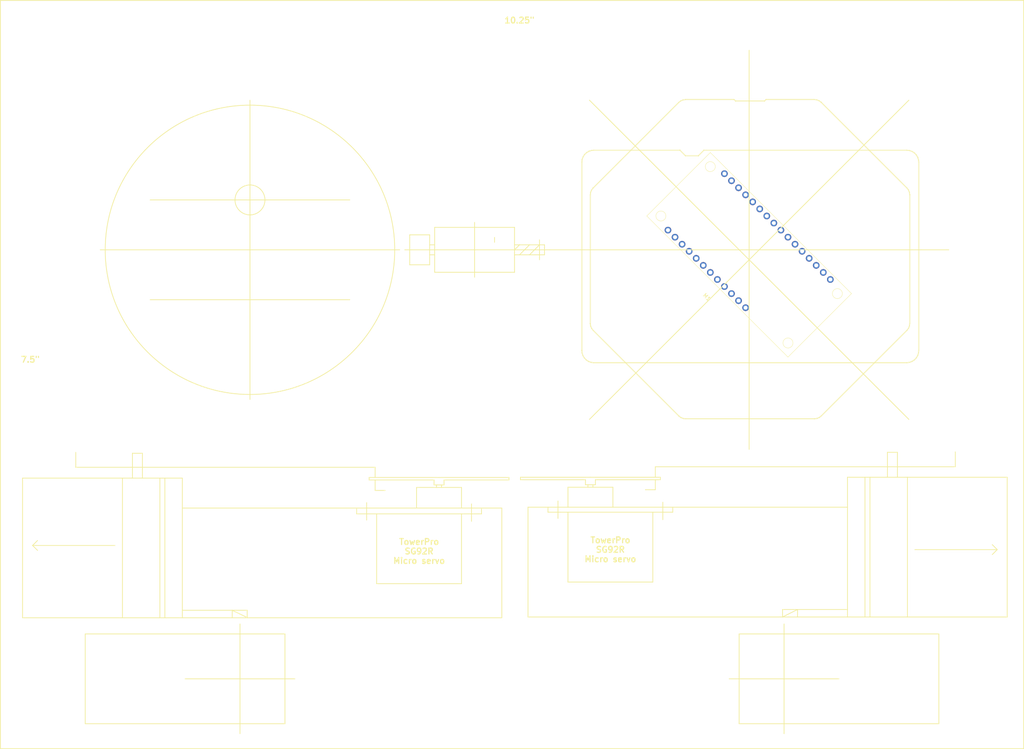
<source format=kicad_pcb>
(kicad_pcb (version 20171130) (host pcbnew "(5.0.0-rc2-dev-444-g2974a2c10)")

  (general
    (thickness 1.6)
    (drawings 824)
    (tracks 0)
    (zones 0)
    (modules 1)
    (nets 1)
  )

  (page USLetter)
  (title_block
    (title MCC_box)
    (date 2020-05-08)
    (rev v00)
    (company "Cedar Grove Studios")
  )

  (layers
    (0 F.Cu signal)
    (31 B.Cu signal)
    (32 B.Adhes user hide)
    (33 F.Adhes user hide)
    (34 B.Paste user hide)
    (35 F.Paste user hide)
    (36 B.SilkS user hide)
    (37 F.SilkS user)
    (38 B.Mask user)
    (39 F.Mask user)
    (40 Dwgs.User user)
    (41 Cmts.User user hide)
    (42 Eco1.User user hide)
    (43 Eco2.User user hide)
    (44 Edge.Cuts user)
    (45 Margin user hide)
    (46 B.CrtYd user)
    (47 F.CrtYd user)
    (48 B.Fab user hide)
    (49 F.Fab user hide)
  )

  (setup
    (last_trace_width 0.1524)
    (trace_clearance 0.1524)
    (zone_clearance 0.254)
    (zone_45_only yes)
    (trace_min 0.1524)
    (segment_width 0.2)
    (edge_width 0.1)
    (via_size 0.6858)
    (via_drill 0.3302)
    (via_min_size 0.6858)
    (via_min_drill 0.3302)
    (uvia_size 0.6858)
    (uvia_drill 0.3302)
    (uvias_allowed no)
    (uvia_min_size 0.6858)
    (uvia_min_drill 0.3302)
    (pcb_text_width 0.3)
    (pcb_text_size 1.5 1.5)
    (mod_edge_width 0.15)
    (mod_text_size 1 1)
    (mod_text_width 0.15)
    (pad_size 1.5 1.5)
    (pad_drill 0.6)
    (pad_to_mask_clearance 0.0508)
    (aux_axis_origin 0 0)
    (visible_elements 7FFFFFFF)
    (pcbplotparams
      (layerselection 0x011f0_7ffffffe)
      (usegerberextensions true)
      (usegerberattributes false)
      (usegerberadvancedattributes false)
      (creategerberjobfile false)
      (excludeedgelayer true)
      (linewidth 0.078740)
      (plotframeref false)
      (viasonmask false)
      (mode 1)
      (useauxorigin false)
      (hpglpennumber 1)
      (hpglpenspeed 20)
      (hpglpendiameter 0)
      (psnegative false)
      (psa4output false)
      (plotreference true)
      (plotvalue true)
      (plotinvisibletext false)
      (padsonsilk false)
      (subtractmaskfromsilk false)
      (outputformat 4)
      (mirror false)
      (drillshape 0)
      (scaleselection 1)
      (outputdirectory MCC_box-gerbers/))
  )

  (net 0 "")

  (net_class Default "This is the default net class."
    (clearance 0.1524)
    (trace_width 0.1524)
    (via_dia 0.6858)
    (via_drill 0.3302)
    (uvia_dia 0.6858)
    (uvia_drill 0.3302)
    (diff_pair_gap 0.1524)
    (diff_pair_width 0.1524)
  )

  (net_class Power ""
    (clearance 0.254)
    (trace_width 0.254)
    (via_dia 1.016)
    (via_drill 0.508)
    (uvia_dia 0.6858)
    (uvia_drill 0.3302)
    (diff_pair_gap 0.1524)
    (diff_pair_width 0.1524)
  )

  (module "Adafruit:Adafruit Feather" (layer F.Cu) (tedit 5B5BD818) (tstamp 5EB65479)
    (at 200.66 77.47 135)
    (path /5EB63364)
    (fp_text reference M1 (at 0 -15.24 135) (layer F.SilkS)
      (effects (font (size 1 1) (thickness 0.15)))
    )
    (fp_text value Feather_M4_Express (at 0 -13.97 135) (layer F.Fab)
      (effects (font (size 1 1) (thickness 0.15)))
    )
    (fp_line (start -25.4 -11.43) (end 25.4 -11.43) (layer F.SilkS) (width 0.1))
    (fp_line (start 25.4 -11.43) (end 25.4 11.43) (layer F.SilkS) (width 0.1))
    (fp_line (start 25.4 11.43) (end -25.4 11.43) (layer F.SilkS) (width 0.1))
    (fp_line (start -25.4 11.43) (end -25.4 -11.43) (layer F.SilkS) (width 0.1))
    (fp_circle (center 22.86 -8.89) (end 24.13 -8.89) (layer F.SilkS) (width 0.1))
    (fp_circle (center 22.86 8.89) (end 24.13 8.89) (layer F.SilkS) (width 0.1))
    (fp_circle (center -22.86 8.89) (end -21.59 8.89) (layer F.SilkS) (width 0.1))
    (fp_circle (center -22.86 -8.89) (end -21.59 -8.89) (layer F.SilkS) (width 0.1))
    (pad 1 thru_hole circle (at -19.05 10.16 135) (size 1.7 1.7) (drill 1) (layers *.Cu *.Mask))
    (pad 2 thru_hole circle (at -16.51 10.16 135) (size 1.7 1.7) (drill 1) (layers *.Cu *.Mask))
    (pad 3 thru_hole circle (at -13.97 10.16 135) (size 1.7 1.7) (drill 1) (layers *.Cu *.Mask))
    (pad 4 thru_hole circle (at -11.43 10.159999 135) (size 1.7 1.7) (drill 1) (layers *.Cu *.Mask))
    (pad 5 thru_hole circle (at -8.89 10.16 135) (size 1.7 1.7) (drill 1) (layers *.Cu *.Mask))
    (pad 6 thru_hole circle (at -6.35 10.16 135) (size 1.7 1.7) (drill 1) (layers *.Cu *.Mask))
    (pad 7 thru_hole circle (at -3.81 10.16 135) (size 1.7 1.7) (drill 1) (layers *.Cu *.Mask))
    (pad 8 thru_hole circle (at -1.270001 10.16 135) (size 1.7 1.7) (drill 1) (layers *.Cu *.Mask))
    (pad 9 thru_hole circle (at 1.270001 10.16 135) (size 1.7 1.7) (drill 1) (layers *.Cu *.Mask))
    (pad 10 thru_hole circle (at 3.81 10.16 135) (size 1.7 1.7) (drill 1) (layers *.Cu *.Mask))
    (pad 11 thru_hole circle (at 6.35 10.16 135) (size 1.7 1.7) (drill 1) (layers *.Cu *.Mask))
    (pad 12 thru_hole circle (at 8.89 10.16 135) (size 1.7 1.7) (drill 1) (layers *.Cu *.Mask))
    (pad 13 thru_hole circle (at 11.43 10.159999 135) (size 1.7 1.7) (drill 1) (layers *.Cu *.Mask))
    (pad 14 thru_hole circle (at 13.97 10.16 135) (size 1.7 1.7) (drill 1) (layers *.Cu *.Mask))
    (pad 15 thru_hole circle (at 16.51 10.16 135) (size 1.7 1.7) (drill 1) (layers *.Cu *.Mask))
    (pad 16 thru_hole circle (at 19.05 10.16 135) (size 1.7 1.7) (drill 1) (layers *.Cu *.Mask))
    (pad 17 thru_hole circle (at -8.89 -10.16 135) (size 1.7 1.7) (drill 1) (layers *.Cu *.Mask))
    (pad 18 thru_hole circle (at -6.35 -10.16 135) (size 1.7 1.7) (drill 1) (layers *.Cu *.Mask))
    (pad 19 thru_hole circle (at -3.81 -10.16 135) (size 1.7 1.7) (drill 1) (layers *.Cu *.Mask))
    (pad 20 thru_hole circle (at -1.270001 -10.16 135) (size 1.7 1.7) (drill 1) (layers *.Cu *.Mask))
    (pad 21 thru_hole circle (at 1.270001 -10.16 135) (size 1.7 1.7) (drill 1) (layers *.Cu *.Mask))
    (pad 22 thru_hole circle (at 3.81 -10.16 135) (size 1.7 1.7) (drill 1) (layers *.Cu *.Mask))
    (pad 23 thru_hole circle (at 6.35 -10.16 135) (size 1.7 1.7) (drill 1) (layers *.Cu *.Mask))
    (pad 24 thru_hole circle (at 8.89 -10.16 135) (size 1.7 1.7) (drill 1) (layers *.Cu *.Mask))
    (pad 25 thru_hole circle (at 11.43 -10.159999 135) (size 1.7 1.7) (drill 1) (layers *.Cu *.Mask))
    (pad 26 thru_hole circle (at 13.97 -10.16 135) (size 1.7 1.7) (drill 1) (layers *.Cu *.Mask))
    (pad 27 thru_hole circle (at 16.51 -10.16 135) (size 1.7 1.7) (drill 1) (layers *.Cu *.Mask))
    (pad 28 thru_hole circle (at 19.05 -10.16 135) (size 1.7 1.7) (drill 1) (layers *.Cu *.Mask))
    (model "C:/Program Files/KiCad/share/kicad/packages3d/Adafruit_CAD_Parts-master/3093 Crickit CPX/3093 Crickit CPX.step"
      (offset (xyz 0 0 2.539999961853027))
      (scale (xyz 1 1 1))
      (rotate (xyz 0 0 90))
    )
    (model "C:/Program Files/KiCad/share/kicad/packages3d/Adafruit_CAD_Parts-master/4200 PyBadge/4200 PyBadge.step"
      (offset (xyz -19.68499970436096 19.68499970436096 22.22499966621399))
      (scale (xyz 1 1 1))
      (rotate (xyz 90 0 135))
    )
    (model "C:/Program Files/KiCad/share/kicad/packages3d/Adafruit_CAD_Parts-master/2941 DC Motor in Servo Body/2941 Micro DC Motor.step"
      (offset (xyz -43.81499934196472 76.83499884605408 28.57499957084656))
      (scale (xyz 1 1 1))
      (rotate (xyz 0 -90 45))
    )
  )

  (gr_text 9/64" (at 156.845 179.07) (layer Dwgs.User) (tstamp 5EBA157A)
    (effects (font (size 1.5 1.5) (thickness 0.3)))
  )
  (gr_line (start 188.595 182.88) (end 188.595 125.73) (layer Dwgs.User) (width 0.2) (tstamp 5EBA1579))
  (gr_circle (center 182.245 176.53) (end 184.15 176.53) (layer Dwgs.User) (width 0.2) (tstamp 5EBA1578))
  (gr_circle (center 151.13 176.53) (end 153.035 176.53) (layer Dwgs.User) (width 0.2) (tstamp 5EBA1577))
  (gr_line (start 188.595 142.24) (end 188.595 129.54) (layer Dwgs.User) (width 0.2) (tstamp 5EBA1576))
  (gr_line (start 144.145 125.73) (end 144.145 182.88) (layer Dwgs.User) (width 0.2) (tstamp 5EBA1575))
  (gr_line (start 182.245 176.53) (end 189.23 176.53) (layer Dwgs.User) (width 0.2) (tstamp 5EBA1574))
  (gr_line (start 144.145 182.88) (end 188.595 182.88) (layer Dwgs.User) (width 0.2) (tstamp 5EBA1573))
  (gr_line (start 188.595 125.73) (end 144.145 125.73) (layer Dwgs.User) (width 0.2) (tstamp 5EBA1572))
  (gr_line (start 182.245 173.99) (end 182.245 183.515) (layer Dwgs.User) (width 0.2) (tstamp 5EBA1571))
  (gr_line (start 143.51 176.53) (end 182.245 176.53) (layer Dwgs.User) (width 0.2) (tstamp 5EBA1570))
  (gr_line (start 151.13 173.99) (end 151.13 183.515) (layer Dwgs.User) (width 0.2) (tstamp 5EBA156F))
  (gr_line (start 182.245 125.095) (end 182.245 134.62) (layer Dwgs.User) (width 0.2) (tstamp 5EBA156E))
  (gr_line (start 151.13 125.095) (end 151.13 134.62) (layer Dwgs.User) (width 0.2) (tstamp 5EBA156D))
  (gr_line (start 182.245 132.08) (end 189.23 132.08) (layer Dwgs.User) (width 0.2) (tstamp 5EBA156C))
  (gr_line (start 143.51 132.08) (end 182.245 132.08) (layer Dwgs.User) (width 0.2) (tstamp 5EBA156B))
  (gr_circle (center 182.245 132.08) (end 184.15 132.08) (layer Dwgs.User) (width 0.2) (tstamp 5EBA156A))
  (gr_circle (center 151.13 132.08) (end 153.035 132.08) (layer Dwgs.User) (width 0.2) (tstamp 5EBA1569))
  (gr_text 1-3/4" (at 117.348 184.912) (layer Dwgs.User) (tstamp 5EBA150B)
    (effects (font (size 1.5 1.5) (thickness 0.3)))
  )
  (gr_text 2-1/4" (at 88.392 154.432) (layer Dwgs.User) (tstamp 5EBA14F0)
    (effects (font (size 1.5 1.5) (thickness 0.3)))
  )
  (gr_line (start 209.55 197.485) (end 209.55 173.355) (layer Dwgs.User) (width 0.2))
  (gr_line (start 197.485 185.42) (end 221.615 185.42) (layer Dwgs.User) (width 0.2))
  (gr_line (start 83.185 185.42) (end 59.055 185.42) (layer Dwgs.User) (width 0.2))
  (gr_line (start 71.12 173.355) (end 71.12 197.485) (layer Dwgs.User) (width 0.2))
  (gr_line (start 61.595 88.9) (end 85.725 88.9) (layer Dwgs.User) (width 0.2))
  (gr_line (start 73.66 100.965) (end 73.66 76.835) (layer Dwgs.User) (width 0.2))
  (gr_line (start 71.12 63.5) (end 76.2 63.5) (layer Dwgs.User) (width 0.2))
  (gr_line (start 73.66 60.96) (end 73.66 66.04) (layer Dwgs.User) (width 0.2))
  (gr_text 9/64" (at 81.28 66.04) (layer Dwgs.User) (tstamp 5EBA1348)
    (effects (font (size 1.5 1.5) (thickness 0.3)))
  )
  (gr_circle (center 73.66 63.5) (end 75.565 63.5) (layer Dwgs.User) (width 0.2) (tstamp 5EBA1347))
  (gr_line (start 100.33 125.095) (end 100.33 134.62) (layer Dwgs.User) (width 0.2) (tstamp 5EBA1293))
  (gr_circle (center 131.445 132.08) (end 133.35 132.08) (layer Dwgs.User) (width 0.2) (tstamp 5EBA1285))
  (gr_circle (center 100.33 132.08) (end 102.235 132.08) (layer Dwgs.User) (width 0.2) (tstamp 5EBA1284))
  (gr_line (start 131.445 132.08) (end 138.43 132.08) (layer Dwgs.User) (width 0.2) (tstamp 5EBA1283))
  (gr_line (start 92.71 132.08) (end 131.445 132.08) (layer Dwgs.User) (width 0.2) (tstamp 5EBA1282))
  (gr_line (start 131.445 125.095) (end 131.445 134.62) (layer Dwgs.User) (width 0.2))
  (gr_circle (center 131.445 176.53) (end 133.35 176.53) (layer Dwgs.User) (width 0.2) (tstamp 5EBA11F4))
  (gr_line (start 131.445 173.99) (end 131.445 183.515) (layer Dwgs.User) (width 0.2) (tstamp 5EBA11EC))
  (gr_line (start 131.445 176.53) (end 138.43 176.53) (layer Dwgs.User) (width 0.2) (tstamp 5EBA11E3))
  (gr_text 9/64" (at 106.045 179.07) (layer Dwgs.User) (tstamp 5EBA118F)
    (effects (font (size 1.5 1.5) (thickness 0.3)))
  )
  (gr_circle (center 100.33 176.53) (end 102.235 176.53) (layer Dwgs.User) (width 0.2) (tstamp 5EBA118E))
  (gr_line (start 100.33 173.99) (end 100.33 183.515) (layer Dwgs.User) (width 0.2) (tstamp 5EBA118C))
  (gr_line (start 92.71 176.53) (end 131.445 176.53) (layer Dwgs.User) (width 0.2) (tstamp 5EBA118B))
  (gr_line (start 137.795 182.88) (end 137.795 125.73) (layer Dwgs.User) (width 0.2))
  (gr_line (start 93.345 182.88) (end 137.795 182.88) (layer Dwgs.User) (width 0.2))
  (gr_line (start 93.345 125.73) (end 93.345 182.88) (layer Dwgs.User) (width 0.2))
  (gr_line (start 137.795 125.73) (end 93.345 125.73) (layer Dwgs.User) (width 0.2))
  (gr_line (start 137.795 142.24) (end 137.795 129.54) (layer Dwgs.User) (width 0.2))
  (gr_text 9/64" (at 138.43 91.44) (layer Dwgs.User) (tstamp 5EB9FE8D)
    (effects (font (size 1.5 1.5) (thickness 0.3)))
  )
  (gr_text 9/64" (at 139.065 61.595) (layer Dwgs.User) (tstamp 5EB9FE50)
    (effects (font (size 1.5 1.5) (thickness 0.3)))
  )
  (gr_circle (center 133.35 88.9) (end 135.255 88.9) (layer Dwgs.User) (width 0.2) (tstamp 5EB9FE37))
  (gr_line (start 120.015 63.5) (end 146.685 63.5) (layer Dwgs.User) (width 0.2) (tstamp 5EB9FDC7))
  (gr_line (start 133.35 56.515) (end 133.35 66.04) (layer Dwgs.User) (width 0.2) (tstamp 5EB9FDA6))
  (gr_line (start 133.35 86.36) (end 133.35 95.885) (layer Dwgs.User) (width 0.2))
  (gr_line (start 120.015 88.9) (end 146.685 88.9) (layer Dwgs.User) (width 0.2))
  (gr_line (start 120.65 76.2) (end 120.65 57.15) (layer Dwgs.User) (width 0.2) (tstamp 5EB9FD83))
  (gr_line (start 120.65 95.25) (end 120.65 76.2) (layer Dwgs.User) (width 0.2) (tstamp 5EB9FD80))
  (gr_text 1" (at 128.27 55.245) (layer Dwgs.User) (tstamp 5EB9FD63)
    (effects (font (size 1.5 1.5) (thickness 0.3)))
  )
  (gr_text 1-1/2" (at 151.13 67.945) (layer Dwgs.User) (tstamp 5EB9FD4E)
    (effects (font (size 1.5 1.5) (thickness 0.3)))
  )
  (gr_line (start 146.05 76.2) (end 146.05 57.15) (layer Dwgs.User) (width 0.2) (tstamp 5EB9FD3D))
  (gr_line (start 146.05 95.25) (end 146.05 76.2) (layer Dwgs.User) (width 0.2) (tstamp 5EB9FD17))
  (gr_circle (center 133.35 63.5) (end 135.255 63.5) (layer Dwgs.User) (width 0.2))
  (gr_line (start 146.05 95.25) (end 120.65 95.25) (layer Dwgs.User) (width 0.2))
  (gr_line (start 120.65 57.15) (end 146.05 57.15) (layer Dwgs.User) (width 0.2))
  (gr_line (start 125.73 79.375) (end 141.605 79.375) (layer Dwgs.User) (width 0.2))
  (gr_line (start 125.73 79.375) (end 125.73 69.85) (layer Dwgs.User) (width 0.2))
  (gr_line (start 135.89 73.025) (end 120.015 73.025) (layer Dwgs.User) (width 0.2))
  (gr_line (start 135.89 82.55) (end 135.89 73.025) (layer Dwgs.User) (width 0.2))
  (gr_line (start 135.89 73.025) (end 135.89 74.295) (layer F.SilkS) (width 0.2))
  (gr_text 1/16" (at 127 83.185) (layer Dwgs.User) (tstamp 5EB9FB31)
    (effects (font (size 1.5 1.5) (thickness 0.3)))
  )
  (gr_text 1/16" (at 136.525 69.215) (layer Dwgs.User)
    (effects (font (size 1.5 1.5) (thickness 0.3)))
  )
  (gr_line (start 120.015 79.375) (end 125.73 79.375) (layer Dwgs.User) (width 0.2) (tstamp 5EB9FACD))
  (gr_line (start 125.73 79.375) (end 125.73 82.55) (layer Dwgs.User) (width 0.2) (tstamp 5EB9FAC7))
  (gr_circle (center 135.89 73.025) (end 136.525 73.025) (layer Dwgs.User) (width 0.2) (tstamp 5EB9FAB8))
  (gr_circle (center 125.73 79.375) (end 126.365 79.375) (layer Dwgs.User) (width 0.2))
  (gr_line (start 135.89 73.025) (end 140.97 73.025) (layer Dwgs.User) (width 0.2))
  (gr_line (start 135.89 69.85) (end 135.89 73.025) (layer Dwgs.User) (width 0.2))
  (gr_line (start 120.65 81.915) (end 120.65 70.485) (layer F.SilkS) (width 0.2) (tstamp 5EB9FA49))
  (gr_text 10.25" (at 142.24 17.78) (layer F.SilkS)
    (effects (font (size 1.5 1.5) (thickness 0.3)))
  )
  (gr_text 7.5" (at 17.78 104.14) (layer F.SilkS)
    (effects (font (size 1.5 1.5) (thickness 0.3)))
  )
  (gr_line (start 82.55 196.85) (end 82.55 173.99) (layer F.SilkS) (width 0.2))
  (gr_line (start 31.75 196.85) (end 82.55 196.85) (layer F.SilkS) (width 0.2))
  (gr_line (start 31.75 173.99) (end 31.75 196.85) (layer F.SilkS) (width 0.2))
  (gr_line (start 82.55 173.99) (end 31.75 173.99) (layer F.SilkS) (width 0.2))
  (gr_line (start 198.12 196.85) (end 198.12 173.99) (layer F.SilkS) (width 0.2))
  (gr_line (start 248.92 196.85) (end 198.12 196.85) (layer F.SilkS) (width 0.2))
  (gr_line (start 248.92 173.99) (end 248.92 196.85) (layer F.SilkS) (width 0.2))
  (gr_line (start 198.12 173.99) (end 248.92 173.99) (layer F.SilkS) (width 0.2))
  (gr_line (start 209.55 171.45) (end 209.55 199.39) (layer F.SilkS) (width 0.2) (tstamp 5EB67588))
  (gr_line (start 195.58 185.42) (end 223.52 185.42) (layer F.SilkS) (width 0.2) (tstamp 5EB67587))
  (gr_circle (center 209.55 185.42) (end 220.98 185.42) (layer Dwgs.User) (width 0.2) (tstamp 5EB67586))
  (gr_text 0.9" (at 213.995 182.245) (layer Dwgs.User) (tstamp 5EB67585)
    (effects (font (size 1.5 1.5) (thickness 0.3)))
  )
  (gr_text 0.9" (at 75.565 182.245) (layer Dwgs.User) (tstamp 5EB67511)
    (effects (font (size 1.5 1.5) (thickness 0.3)))
  )
  (gr_line (start 71.12 171.45) (end 71.12 199.39) (layer F.SilkS) (width 0.2) (tstamp 5EB67510))
  (gr_line (start 57.15 185.42) (end 85.09 185.42) (layer F.SilkS) (width 0.2) (tstamp 5EB6750F))
  (gr_circle (center 71.12 185.42) (end 82.55 185.42) (layer Dwgs.User) (width 0.2) (tstamp 5EB6750E))
  (gr_line (start 142.24 74.93) (end 140.97 76.2) (layer F.SilkS) (width 0.2))
  (gr_line (start 144.78 74.93) (end 142.24 77.47) (layer F.SilkS) (width 0.2))
  (gr_line (start 147.32 74.93) (end 144.78 77.47) (layer F.SilkS) (width 0.2))
  (gr_line (start 148.59 74.93) (end 148.59 77.47) (layer F.SilkS) (width 0.2))
  (gr_line (start 140.97 77.47) (end 148.59 77.47) (layer F.SilkS) (width 0.2))
  (gr_line (start 140.97 74.93) (end 148.59 74.93) (layer F.SilkS) (width 0.2))
  (gr_line (start 119.38 74.93) (end 120.65 74.93) (layer F.SilkS) (width 0.2))
  (gr_line (start 119.38 77.47) (end 120.65 77.47) (layer F.SilkS) (width 0.2))
  (gr_line (start 119.38 72.39) (end 119.38 80.01) (layer F.SilkS) (width 0.2) (tstamp 5EB674C8))
  (gr_line (start 114.3 80.01) (end 119.38 80.01) (layer F.SilkS) (width 0.2))
  (gr_line (start 114.3 72.39) (end 114.3 80.01) (layer F.SilkS) (width 0.2))
  (gr_line (start 119.38 72.39) (end 114.3 72.39) (layer F.SilkS) (width 0.2))
  (gr_line (start 147.32 73.66) (end 147.32 78.74) (layer F.SilkS) (width 0.2))
  (gr_line (start 130.81 69.215) (end 130.81 83.185) (layer F.SilkS) (width 0.2))
  (gr_line (start 113.03 76.2) (end 149.86 76.2) (layer F.SilkS) (width 0.2))
  (gr_line (start 140.97 70.485) (end 120.65 70.485) (layer F.SilkS) (width 0.2))
  (gr_line (start 140.97 81.915) (end 140.97 70.485) (layer F.SilkS) (width 0.2))
  (gr_line (start 120.65 81.915) (end 140.97 81.915) (layer F.SilkS) (width 0.2))
  (gr_text 0.9" (at 78.105 85.725) (layer Dwgs.User)
    (effects (font (size 1.5 1.5) (thickness 0.3)))
  )
  (gr_line (start 183.626 39.76) (end 183.966 39.3548) (layer Dwgs.User) (width 0.1))
  (gr_line (start 216.682 39.0903) (end 217.203 38.9985) (layer Dwgs.User) (width 0.1))
  (gr_line (start 185.466 41.9529) (end 184.945 42.0447) (layer Dwgs.User) (width 0.1))
  (gr_line (start 184.424 41.9529) (end 183.966 41.6884) (layer Dwgs.User) (width 0.1))
  (gr_line (start 186.264 39.76) (end 186.445 40.2571) (layer Dwgs.User) (width 0.1))
  (gr_line (start 215.884 39.76) (end 216.224 39.3548) (layer Dwgs.User) (width 0.1))
  (gr_line (start 215.703 40.2571) (end 215.884 39.76) (layer Dwgs.User) (width 0.1))
  (gr_line (start 215.703 40.7861) (end 215.703 40.2571) (layer Dwgs.User) (width 0.1))
  (gr_line (start 217.203 42.0447) (end 216.682 41.9529) (layer Dwgs.User) (width 0.1))
  (gr_line (start 218.703 40.7861) (end 218.522 41.2832) (layer Dwgs.User) (width 0.1))
  (gr_line (start 218.522 39.76) (end 218.703 40.2571) (layer Dwgs.User) (width 0.1))
  (gr_line (start 183.966 41.6884) (end 183.626 41.2832) (layer Dwgs.User) (width 0.1))
  (gr_line (start 183.445 40.7861) (end 183.445 40.2571) (layer Dwgs.User) (width 0.1))
  (gr_line (start 218.703 40.2571) (end 218.703 40.7861) (layer Dwgs.User) (width 0.1))
  (gr_line (start 184.945 42.0447) (end 184.424 41.9529) (layer Dwgs.User) (width 0.1))
  (gr_line (start 184.424 39.0903) (end 184.945 38.9985) (layer Dwgs.User) (width 0.1))
  (gr_line (start 186.445 40.2571) (end 186.445 40.7861) (layer Dwgs.User) (width 0.1))
  (gr_line (start 186.445 40.7861) (end 186.264 41.2832) (layer Dwgs.User) (width 0.1))
  (gr_line (start 184.945 38.9985) (end 185.466 39.0903) (layer Dwgs.User) (width 0.1))
  (gr_line (start 185.924 41.6884) (end 185.466 41.9529) (layer Dwgs.User) (width 0.1))
  (gr_line (start 215.884 41.2832) (end 215.703 40.7861) (layer Dwgs.User) (width 0.1))
  (gr_line (start 183.626 41.2832) (end 183.445 40.7861) (layer Dwgs.User) (width 0.1))
  (gr_line (start 183.966 39.3548) (end 184.424 39.0903) (layer Dwgs.User) (width 0.1))
  (gr_line (start 216.224 41.6884) (end 215.884 41.2832) (layer Dwgs.User) (width 0.1))
  (gr_line (start 218.182 39.3548) (end 218.522 39.76) (layer Dwgs.User) (width 0.1))
  (gr_line (start 217.203 38.9985) (end 217.724 39.0903) (layer Dwgs.User) (width 0.1))
  (gr_line (start 216.682 41.9529) (end 216.224 41.6884) (layer Dwgs.User) (width 0.1))
  (gr_line (start 183.445 40.2571) (end 183.626 39.76) (layer Dwgs.User) (width 0.1))
  (gr_line (start 185.466 39.0903) (end 185.924 39.3548) (layer Dwgs.User) (width 0.1))
  (gr_line (start 186.264 41.2832) (end 185.924 41.6884) (layer Dwgs.User) (width 0.1))
  (gr_line (start 185.924 39.3548) (end 186.264 39.76) (layer Dwgs.User) (width 0.1))
  (gr_line (start 218.182 41.6884) (end 217.724 41.9529) (layer Dwgs.User) (width 0.1))
  (gr_line (start 217.724 39.0903) (end 218.182 39.3548) (layer Dwgs.User) (width 0.1))
  (gr_line (start 217.724 41.9529) (end 217.203 42.0447) (layer Dwgs.User) (width 0.1))
  (gr_line (start 216.224 39.3548) (end 216.682 39.0903) (layer Dwgs.User) (width 0.1))
  (gr_line (start 218.522 41.2832) (end 218.182 41.6884) (layer Dwgs.User) (width 0.1))
  (gr_line (start 239.772 63.2784) (end 239.314 63.5429) (layer Dwgs.User) (width 0.1))
  (gr_line (start 161.855 62.3761) (end 161.855 61.8471) (layer Dwgs.User) (width 0.1))
  (gr_line (start 163.355 63.6347) (end 162.834 63.5429) (layer Dwgs.User) (width 0.1))
  (gr_line (start 240.293 62.3761) (end 240.112 62.8732) (layer Dwgs.User) (width 0.1))
  (gr_line (start 164.674 62.8732) (end 164.334 63.2784) (layer Dwgs.User) (width 0.1))
  (gr_line (start 237.814 63.2784) (end 237.474 62.8732) (layer Dwgs.User) (width 0.1))
  (gr_line (start 237.293 62.3761) (end 237.293 61.8471) (layer Dwgs.User) (width 0.1))
  (gr_line (start 238.793 63.6347) (end 238.272 63.5429) (layer Dwgs.User) (width 0.1))
  (gr_line (start 240.293 61.8471) (end 240.293 62.3761) (layer Dwgs.User) (width 0.1))
  (gr_line (start 239.772 60.9448) (end 240.112 61.35) (layer Dwgs.User) (width 0.1))
  (gr_line (start 161.855 61.8471) (end 162.036 61.35) (layer Dwgs.User) (width 0.1))
  (gr_line (start 238.272 63.5429) (end 237.814 63.2784) (layer Dwgs.User) (width 0.1))
  (gr_line (start 164.334 60.9448) (end 164.674 61.35) (layer Dwgs.User) (width 0.1))
  (gr_line (start 240.112 61.35) (end 240.293 61.8471) (layer Dwgs.User) (width 0.1))
  (gr_line (start 162.376 60.9448) (end 162.834 60.6803) (layer Dwgs.User) (width 0.1))
  (gr_line (start 163.876 63.5429) (end 163.355 63.6347) (layer Dwgs.User) (width 0.1))
  (gr_line (start 237.474 62.8732) (end 237.293 62.3761) (layer Dwgs.User) (width 0.1))
  (gr_line (start 164.855 62.3761) (end 164.674 62.8732) (layer Dwgs.User) (width 0.1))
  (gr_line (start 240.112 62.8732) (end 239.772 63.2784) (layer Dwgs.User) (width 0.1))
  (gr_line (start 239.314 60.6803) (end 239.772 60.9448) (layer Dwgs.User) (width 0.1))
  (gr_line (start 162.834 60.6803) (end 163.355 60.5885) (layer Dwgs.User) (width 0.1))
  (gr_line (start 162.036 61.35) (end 162.376 60.9448) (layer Dwgs.User) (width 0.1))
  (gr_line (start 162.036 62.8732) (end 161.855 62.3761) (layer Dwgs.User) (width 0.1))
  (gr_line (start 162.376 63.2784) (end 162.036 62.8732) (layer Dwgs.User) (width 0.1))
  (gr_line (start 238.272 60.6803) (end 238.793 60.5885) (layer Dwgs.User) (width 0.1))
  (gr_line (start 237.474 61.35) (end 237.814 60.9448) (layer Dwgs.User) (width 0.1))
  (gr_line (start 164.674 61.35) (end 164.855 61.8471) (layer Dwgs.User) (width 0.1))
  (gr_line (start 163.355 60.5885) (end 163.876 60.6803) (layer Dwgs.User) (width 0.1))
  (gr_line (start 162.834 63.5429) (end 162.376 63.2784) (layer Dwgs.User) (width 0.1))
  (gr_line (start 164.334 63.2784) (end 163.876 63.5429) (layer Dwgs.User) (width 0.1))
  (gr_line (start 237.814 60.9448) (end 238.272 60.6803) (layer Dwgs.User) (width 0.1))
  (gr_line (start 164.855 61.8471) (end 164.855 62.3761) (layer Dwgs.User) (width 0.1))
  (gr_line (start 163.876 60.6803) (end 164.334 60.9448) (layer Dwgs.User) (width 0.1))
  (gr_line (start 238.793 60.5885) (end 239.314 60.6803) (layer Dwgs.User) (width 0.1))
  (gr_line (start 239.314 63.5429) (end 238.793 63.6347) (layer Dwgs.User) (width 0.1))
  (gr_line (start 237.293 61.8471) (end 237.474 61.35) (layer Dwgs.User) (width 0.1))
  (gr_line (start 215.884 116.721) (end 215.703 116.224) (layer Dwgs.User) (width 0.1))
  (gr_line (start 186.445 115.695) (end 186.445 116.224) (layer Dwgs.User) (width 0.1))
  (gr_line (start 184.424 114.528) (end 184.945 114.436) (layer Dwgs.User) (width 0.1))
  (gr_line (start 217.724 117.391) (end 217.203 117.483) (layer Dwgs.User) (width 0.1))
  (gr_line (start 186.445 116.224) (end 186.264 116.721) (layer Dwgs.User) (width 0.1))
  (gr_line (start 218.182 117.126) (end 217.724 117.391) (layer Dwgs.User) (width 0.1))
  (gr_line (start 184.945 117.483) (end 184.424 117.391) (layer Dwgs.User) (width 0.1))
  (gr_line (start 217.203 114.436) (end 217.724 114.528) (layer Dwgs.User) (width 0.1))
  (gr_line (start 218.182 114.793) (end 218.522 115.198) (layer Dwgs.User) (width 0.1))
  (gr_line (start 216.224 114.793) (end 216.682 114.528) (layer Dwgs.User) (width 0.1))
  (gr_line (start 183.445 115.695) (end 183.626 115.198) (layer Dwgs.User) (width 0.1))
  (gr_line (start 183.966 114.793) (end 184.424 114.528) (layer Dwgs.User) (width 0.1))
  (gr_line (start 218.703 115.695) (end 218.703 116.224) (layer Dwgs.User) (width 0.1))
  (gr_line (start 183.626 115.198) (end 183.966 114.793) (layer Dwgs.User) (width 0.1))
  (gr_line (start 185.466 117.391) (end 184.945 117.483) (layer Dwgs.User) (width 0.1))
  (gr_line (start 183.626 116.721) (end 183.445 116.224) (layer Dwgs.User) (width 0.1))
  (gr_line (start 216.682 114.528) (end 217.203 114.436) (layer Dwgs.User) (width 0.1))
  (gr_line (start 183.445 116.224) (end 183.445 115.695) (layer Dwgs.User) (width 0.1))
  (gr_line (start 215.703 116.224) (end 215.703 115.695) (layer Dwgs.User) (width 0.1))
  (gr_line (start 183.966 117.126) (end 183.626 116.721) (layer Dwgs.User) (width 0.1))
  (gr_line (start 217.724 114.528) (end 218.182 114.793) (layer Dwgs.User) (width 0.1))
  (gr_line (start 216.682 117.391) (end 216.224 117.126) (layer Dwgs.User) (width 0.1))
  (gr_line (start 185.924 117.126) (end 185.466 117.391) (layer Dwgs.User) (width 0.1))
  (gr_line (start 186.264 116.721) (end 185.924 117.126) (layer Dwgs.User) (width 0.1))
  (gr_line (start 218.703 116.224) (end 218.522 116.721) (layer Dwgs.User) (width 0.1))
  (gr_line (start 184.945 114.436) (end 185.466 114.528) (layer Dwgs.User) (width 0.1))
  (gr_line (start 216.224 117.126) (end 215.884 116.721) (layer Dwgs.User) (width 0.1))
  (gr_line (start 217.203 117.483) (end 216.682 117.391) (layer Dwgs.User) (width 0.1))
  (gr_line (start 218.522 116.721) (end 218.182 117.126) (layer Dwgs.User) (width 0.1))
  (gr_line (start 215.884 115.198) (end 216.224 114.793) (layer Dwgs.User) (width 0.1))
  (gr_line (start 218.522 115.198) (end 218.703 115.695) (layer Dwgs.User) (width 0.1))
  (gr_line (start 184.424 117.391) (end 183.966 117.126) (layer Dwgs.User) (width 0.1))
  (gr_line (start 215.703 115.695) (end 215.884 115.198) (layer Dwgs.User) (width 0.1))
  (gr_line (start 185.466 114.528) (end 185.924 114.793) (layer Dwgs.User) (width 0.1))
  (gr_line (start 185.924 114.793) (end 186.264 115.198) (layer Dwgs.User) (width 0.1))
  (gr_line (start 186.264 115.198) (end 186.445 115.695) (layer Dwgs.User) (width 0.1))
  (gr_line (start 237.814 95.536) (end 237.474 95.131) (layer Dwgs.User) (width 0.1))
  (gr_line (start 237.293 94.634) (end 237.293 94.105) (layer Dwgs.User) (width 0.1))
  (gr_line (start 239.314 92.938) (end 239.772 93.203) (layer Dwgs.User) (width 0.1))
  (gr_line (start 238.793 92.846) (end 239.314 92.938) (layer Dwgs.User) (width 0.1))
  (gr_line (start 238.272 95.801) (end 237.814 95.536) (layer Dwgs.User) (width 0.1))
  (gr_line (start 237.293 94.105) (end 237.474 93.608) (layer Dwgs.User) (width 0.1))
  (gr_line (start 162.376 93.203) (end 162.834 92.938) (layer Dwgs.User) (width 0.1))
  (gr_line (start 239.772 95.536) (end 239.314 95.801) (layer Dwgs.User) (width 0.1))
  (gr_line (start 162.376 95.536) (end 162.036 95.131) (layer Dwgs.User) (width 0.1))
  (gr_line (start 237.814 93.203) (end 238.272 92.938) (layer Dwgs.User) (width 0.1))
  (gr_line (start 161.855 94.634) (end 161.855 94.105) (layer Dwgs.User) (width 0.1))
  (gr_line (start 162.036 95.131) (end 161.855 94.634) (layer Dwgs.User) (width 0.1))
  (gr_line (start 240.112 93.608) (end 240.293 94.105) (layer Dwgs.User) (width 0.1))
  (gr_line (start 237.474 95.131) (end 237.293 94.634) (layer Dwgs.User) (width 0.1))
  (gr_line (start 162.834 92.938) (end 163.355 92.846) (layer Dwgs.User) (width 0.1))
  (gr_line (start 162.834 95.801) (end 162.376 95.536) (layer Dwgs.User) (width 0.1))
  (gr_line (start 240.293 94.634) (end 240.112 95.131) (layer Dwgs.User) (width 0.1))
  (gr_line (start 239.772 93.203) (end 240.112 93.608) (layer Dwgs.User) (width 0.1))
  (gr_line (start 162.036 93.608) (end 162.376 93.203) (layer Dwgs.User) (width 0.1))
  (gr_line (start 240.112 95.131) (end 239.772 95.536) (layer Dwgs.User) (width 0.1))
  (gr_line (start 163.355 92.846) (end 163.876 92.938) (layer Dwgs.User) (width 0.1))
  (gr_line (start 238.272 92.938) (end 238.793 92.846) (layer Dwgs.User) (width 0.1))
  (gr_line (start 239.314 95.801) (end 238.793 95.893) (layer Dwgs.User) (width 0.1))
  (gr_line (start 161.855 94.105) (end 162.036 93.608) (layer Dwgs.User) (width 0.1))
  (gr_line (start 240.293 94.105) (end 240.293 94.634) (layer Dwgs.User) (width 0.1))
  (gr_line (start 238.793 95.893) (end 238.272 95.801) (layer Dwgs.User) (width 0.1))
  (gr_line (start 237.474 93.608) (end 237.814 93.203) (layer Dwgs.User) (width 0.1))
  (gr_line (start 163.355 95.893) (end 162.834 95.801) (layer Dwgs.User) (width 0.1))
  (gr_line (start 164.855 94.634) (end 164.674 95.131) (layer Dwgs.User) (width 0.1))
  (gr_line (start 163.876 95.801) (end 163.355 95.893) (layer Dwgs.User) (width 0.1))
  (gr_line (start 164.334 95.536) (end 163.876 95.801) (layer Dwgs.User) (width 0.1))
  (gr_line (start 164.674 95.131) (end 164.334 95.536) (layer Dwgs.User) (width 0.1))
  (gr_line (start 164.855 94.105) (end 164.855 94.634) (layer Dwgs.User) (width 0.1))
  (gr_line (start 164.674 93.608) (end 164.855 94.105) (layer Dwgs.User) (width 0.1))
  (gr_line (start 164.334 93.203) (end 164.674 93.608) (layer Dwgs.User) (width 0.1))
  (gr_line (start 163.876 92.938) (end 164.334 93.203) (layer Dwgs.User) (width 0.1))
  (gr_line (start 43.746904 134.321375) (end 43.746904 127.971375) (layer F.SilkS) (width 0.2) (tstamp 5EB663DF))
  (gr_line (start 46.286904 127.971375) (end 46.286904 134.321375) (layer F.SilkS) (width 0.2) (tstamp 5EB663FD))
  (gr_line (start 46.228 128.016) (end 43.815 128.016) (layer F.SilkS) (width 0.2) (tstamp 5EB663E2))
  (gr_text "TowerPro\nSG92R\nMicro servo" (at 165.354 152.527) (layer F.SilkS) (tstamp 5EB664CF)
    (effects (font (size 1.5 1.5) (thickness 0.3)))
  )
  (gr_text "TowerPro\nSG92R\nMicro servo" (at 116.68574 152.95459) (layer F.SilkS) (tstamp 5EB664D2)
    (effects (font (size 1.5 1.5) (thickness 0.3)))
  )
  (gr_line (start 69.146904 167.976375) (end 72.956904 167.976375) (layer F.SilkS) (width 0.2) (tstamp 5EB66400))
  (gr_line (start 39.301904 151.466375) (end 18.346904 151.466375) (layer F.SilkS) (width 0.2) (tstamp 5EB663BB))
  (gr_line (start 103.98574 134.79359) (end 103.98574 134.15859) (layer F.SilkS) (width 0.2) (tstamp 5EB66403))
  (gr_line (start 41.206904 169.881375) (end 41.206904 134.321375) (layer F.SilkS) (width 0.2) (tstamp 5EB663EE))
  (gr_line (start 41.206904 169.881375) (end 15.806904 169.881375) (layer F.SilkS) (width 0.2) (tstamp 5EB663DC))
  (gr_line (start 116.05074 141.77859) (end 116.05074 136.69859) (layer F.SilkS) (width 0.2) (tstamp 5EB66406))
  (gr_line (start 121.76574 134.15859) (end 103.98574 134.15859) (layer F.SilkS) (width 0.2) (tstamp 5EB663B2))
  (gr_line (start 116.05074 136.69859) (end 127.48074 136.69859) (layer F.SilkS) (width 0.2) (tstamp 5EB663FA))
  (gr_line (start 127.48074 143.42959) (end 127.48074 161.20959) (layer F.SilkS) (width 0.2) (tstamp 5EB663E5))
  (gr_line (start 15.806904 134.321375) (end 41.206904 134.321375) (layer F.SilkS) (width 0.2) (tstamp 5EB663EB))
  (gr_line (start 56.446904 141.941375) (end 137.726904 141.941375) (layer F.SilkS) (width 0.2) (tstamp 5EB663B8))
  (gr_line (start 100.81074 143.42959) (end 132.56074 143.42959) (layer F.SilkS) (width 0.2) (tstamp 5EB663D3))
  (gr_line (start 50.731904 169.881375) (end 50.731904 134.321375) (layer F.SilkS) (width 0.2) (tstamp 5EB663BE))
  (gr_line (start 122.40074 136.06359) (end 122.40074 136.69859) (layer F.SilkS) (width 0.2) (tstamp 5EB663C1))
  (gr_line (start 108.04974 137.46059) (end 105.50974 137.46059) (layer F.SilkS) (width 0.2) (tstamp 5EB663C7))
  (gr_line (start 103.98574 134.79359) (end 120.49574 134.79359) (layer F.SilkS) (width 0.2) (tstamp 5EB663D9))
  (gr_line (start 41.206904 134.321375) (end 56.446904 134.321375) (layer F.SilkS) (width 0.2) (tstamp 5EB663A3))
  (gr_line (start 139.54574 134.15859) (end 121.76574 134.15859) (layer F.SilkS) (width 0.2) (tstamp 5EB663F4))
  (gr_line (start 56.446904 169.881375) (end 56.446904 134.321375) (layer F.SilkS) (width 0.2) (tstamp 5EB663F7))
  (gr_line (start 137.726904 141.941375) (end 137.726904 169.881375) (layer F.SilkS) (width 0.2) (tstamp 5EB6640C))
  (gr_line (start 52.001904 169.881375) (end 52.001904 134.321375) (layer F.SilkS) (width 0.2) (tstamp 5EB663D6))
  (gr_line (start 18.346904 151.466375) (end 19.616904 152.736375) (layer F.SilkS) (width 0.2) (tstamp 5EB6640F))
  (gr_line (start 105.50974 134.112) (end 105.50974 131.572) (layer F.SilkS) (width 0.2) (tstamp 5EB663A6))
  (gr_line (start 120.49574 136.06359) (end 123.03574 136.06359) (layer F.SilkS) (width 0.2) (tstamp 5EB663B5))
  (gr_line (start 56.446904 169.881375) (end 41.206904 169.881375) (layer F.SilkS) (width 0.2) (tstamp 5EB663D0))
  (gr_line (start 130.02074 145.33459) (end 130.02074 140.88959) (layer F.SilkS) (width 0.2) (tstamp 5EB663F1))
  (gr_line (start 69.146904 169.881375) (end 69.146904 167.976375) (layer F.SilkS) (width 0.2) (tstamp 5EB663CA))
  (gr_line (start 105.50974 131.572) (end 29.30974 131.572) (layer F.SilkS) (width 0.2) (tstamp 5EB663A9))
  (gr_line (start 132.56074 143.42959) (end 132.56074 142.15959) (layer F.SilkS) (width 0.2) (tstamp 5EB663C4))
  (gr_line (start 105.89074 143.42959) (end 105.89074 161.20959) (layer F.SilkS) (width 0.2) (tstamp 5EB66409))
  (gr_line (start 139.54574 134.79359) (end 139.54574 134.15859) (layer F.SilkS) (width 0.2) (tstamp 5EB66412))
  (gr_line (start 103.35074 145.01709) (end 103.35074 140.57209) (layer F.SilkS) (width 0.2) (tstamp 5EB663AC))
  (gr_line (start 72.956904 169.881375) (end 72.956904 167.976375) (layer F.SilkS) (width 0.2) (tstamp 5EB663CD))
  (gr_line (start 123.03574 134.79359) (end 139.54574 134.79359) (layer F.SilkS) (width 0.2) (tstamp 5EB663AF))
  (gr_line (start 105.50974 134.92059) (end 105.50974 137.46059) (layer F.SilkS) (width 0.2) (tstamp 5EB663E8))
  (gr_line (start 29.337 127.762) (end 29.337 131.572) (layer F.SilkS) (width 0.2) (tstamp 5EB664C6))
  (gr_line (start 105.89074 161.20959) (end 127.48074 161.20959) (layer F.SilkS) (width 0.2) (tstamp 5EB664C9))
  (gr_line (start 18.346904 151.466375) (end 19.616904 150.196375) (layer F.SilkS) (width 0.2) (tstamp 5EB6641E))
  (gr_line (start 120.49574 134.79359) (end 120.49574 136.06359) (layer F.SilkS) (width 0.2) (tstamp 5EB66418))
  (gr_line (start 56.446904 167.976375) (end 69.146904 167.976375) (layer F.SilkS) (width 0.2) (tstamp 5EB66421))
  (gr_line (start 15.806904 169.881375) (end 15.806904 134.321375) (layer F.SilkS) (width 0.2) (tstamp 5EB664BD))
  (gr_line (start 123.03574 136.06359) (end 123.03574 134.79359) (layer F.SilkS) (width 0.2) (tstamp 5EB664CC))
  (gr_line (start 72.898 169.799) (end 69.146904 167.976375) (layer F.SilkS) (width 0.2) (tstamp 5EB66427))
  (gr_line (start 100.81074 142.15959) (end 100.81074 143.42959) (layer F.SilkS) (width 0.2) (tstamp 5EB66415))
  (gr_line (start 137.726904 169.881375) (end 56.446904 169.881375) (layer F.SilkS) (width 0.2) (tstamp 5EB6648A))
  (gr_line (start 121.13074 136.06359) (end 121.13074 136.69859) (layer F.SilkS) (width 0.2) (tstamp 5EB6642D))
  (gr_line (start 127.48074 136.69859) (end 127.48074 141.77859) (layer F.SilkS) (width 0.2) (tstamp 5EB664C3))
  (gr_line (start 159.004 134.747) (end 159.004 136.017) (layer F.SilkS) (width 0.2) (tstamp 5EB66430))
  (gr_line (start 159.639 136.017) (end 159.639 136.652) (layer F.SilkS) (width 0.2) (tstamp 5EB664AE))
  (gr_line (start 176.784 131.445) (end 252.984 131.445) (layer F.SilkS) (width 0.2) (tstamp 5EB66496))
  (gr_line (start 178.054 134.112) (end 160.274 134.112) (layer F.SilkS) (width 0.2) (tstamp 5EB66499))
  (gr_line (start 230.124 134.112) (end 230.124 169.672) (layer F.SilkS) (width 0.2) (tstamp 5EB66433))
  (gr_line (start 160.274 134.112) (end 142.494 134.112) (layer F.SilkS) (width 0.2) (tstamp 5EB66436))
  (gr_line (start 165.989 136.652) (end 165.989 141.732) (layer F.SilkS) (width 0.2) (tstamp 5EB6643C))
  (gr_line (start 161.544 136.017) (end 161.544 134.747) (layer F.SilkS) (width 0.2) (tstamp 5EB66484))
  (gr_line (start 209.169 167.767) (end 209.169 169.672) (layer F.SilkS) (width 0.2) (tstamp 5EB664AB))
  (gr_line (start 212.979 167.767) (end 212.979 169.672) (layer F.SilkS) (width 0.2) (tstamp 5EB6648D))
  (gr_line (start 225.679 167.767) (end 212.979 167.767) (layer F.SilkS) (width 0.2) (tstamp 5EB6642A))
  (gr_line (start 176.784 134.747) (end 176.784 137.287) (layer F.SilkS) (width 0.2) (tstamp 5EB66454))
  (gr_line (start 176.784 133.985) (end 176.784 131.445) (layer F.SilkS) (width 0.2) (tstamp 5EB6645A))
  (gr_line (start 178.054 134.747) (end 178.054 134.112) (layer F.SilkS) (width 0.2) (tstamp 5EB6643F))
  (gr_line (start 152.019 144.5895) (end 152.019 140.1445) (layer F.SilkS) (width 0.2) (tstamp 5EB66463))
  (gr_line (start 161.544 134.747) (end 178.054 134.747) (layer F.SilkS) (width 0.2) (tstamp 5EB6644E))
  (gr_line (start 178.689 144.907) (end 178.689 140.462) (layer F.SilkS) (width 0.2) (tstamp 5EB6641B))
  (gr_line (start 263.779 152.527) (end 262.509 153.797) (layer F.SilkS) (width 0.2) (tstamp 5EB664B4))
  (gr_line (start 159.004 136.017) (end 161.544 136.017) (layer F.SilkS) (width 0.2) (tstamp 5EB66457))
  (gr_line (start 142.494 134.747) (end 142.494 134.112) (layer F.SilkS) (width 0.2) (tstamp 5EB66478))
  (gr_line (start 154.559 141.732) (end 154.559 136.652) (layer F.SilkS) (width 0.2) (tstamp 5EB66475))
  (gr_line (start 263.779 152.527) (end 262.509 151.257) (layer F.SilkS) (width 0.2) (tstamp 5EB6649C))
  (gr_line (start 209.169 169.672) (end 212.979 167.767) (layer F.SilkS) (width 0.2) (tstamp 5EB66451))
  (gr_line (start 212.979 167.767) (end 209.169 167.767) (layer F.SilkS) (width 0.2) (tstamp 5EB66439))
  (gr_line (start 242.824 152.527) (end 263.779 152.527) (layer F.SilkS) (width 0.2) (tstamp 5EB66460))
  (gr_line (start 231.394 134.112) (end 231.394 169.672) (layer F.SilkS) (width 0.2) (tstamp 5EB6649F))
  (gr_line (start 154.559 136.652) (end 165.989 136.652) (layer F.SilkS) (width 0.2) (tstamp 5EB66472))
  (gr_line (start 253.111 131.445) (end 253.111 127.635) (layer F.SilkS) (width 0.2) (tstamp 5EB66442))
  (gr_line (start 176.784 137.287) (end 174.244 137.287) (layer F.SilkS) (width 0.2) (tstamp 5EB66490))
  (gr_line (start 142.494 134.747) (end 159.004 134.747) (layer F.SilkS) (width 0.2) (tstamp 5EB66487))
  (gr_line (start 160.909 136.017) (end 160.909 136.652) (layer F.SilkS) (width 0.2) (tstamp 5EB66469))
  (gr_line (start 149.479 143.002) (end 181.229 143.002) (layer F.SilkS) (width 0.2) (tstamp 5EB66445))
  (gr_line (start 176.149 143.002) (end 176.149 160.782) (layer F.SilkS) (width 0.2) (tstamp 5EB6647E))
  (gr_line (start 154.559 160.782) (end 176.149 160.782) (layer F.SilkS) (width 0.2) (tstamp 5EB6646C))
  (gr_line (start 144.399 169.672) (end 144.399 141.732) (layer F.SilkS) (width 0.2) (tstamp 5EB6646F))
  (gr_line (start 240.919 134.112) (end 240.919 169.672) (layer F.SilkS) (width 0.2) (tstamp 5EB664C0))
  (gr_line (start 235.839 134.112) (end 235.839 127.762) (layer F.SilkS) (width 0.2) (tstamp 5EB664A2))
  (gr_line (start 240.919 134.112) (end 266.319 134.112) (layer F.SilkS) (width 0.2) (tstamp 5EB6647B))
  (gr_line (start 149.479 141.732) (end 149.479 143.002) (layer F.SilkS) (width 0.2) (tstamp 5EB66448))
  (gr_line (start 266.319 169.672) (end 240.919 169.672) (layer F.SilkS) (width 0.2) (tstamp 5EB664BA))
  (gr_line (start 235.839 127.762) (end 238.379 127.762) (layer F.SilkS) (width 0.2) (tstamp 5EB6644B))
  (gr_line (start 240.919 169.672) (end 225.679 169.672) (layer F.SilkS) (width 0.2) (tstamp 5EB664A5))
  (gr_line (start 225.679 134.112) (end 240.919 134.112) (layer F.SilkS) (width 0.2) (tstamp 5EB6645D))
  (gr_line (start 225.679 169.672) (end 144.399 169.672) (layer F.SilkS) (width 0.2) (tstamp 5EB66424))
  (gr_line (start 225.679 134.112) (end 225.679 169.672) (layer F.SilkS) (width 0.2) (tstamp 5EB66481))
  (gr_line (start 238.379 127.762) (end 238.379 134.112) (layer F.SilkS) (width 0.2) (tstamp 5EB664B1))
  (gr_line (start 144.399 141.732) (end 225.679 141.732) (layer F.SilkS) (width 0.2) (tstamp 5EB664A8))
  (gr_line (start 266.319 134.112) (end 266.319 169.672) (layer F.SilkS) (width 0.2) (tstamp 5EB66493))
  (gr_line (start 154.559 143.002) (end 154.559 160.782) (layer F.SilkS) (width 0.2) (tstamp 5EB66466))
  (gr_line (start 181.229 143.002) (end 181.229 141.732) (layer F.SilkS) (width 0.2) (tstamp 5EB664B7))
  (gr_line (start 160.02 119.38) (end 241.3 38.1) (layer F.SilkS) (width 0.2))
  (gr_line (start 160.02 38.1) (end 241.3 119.38) (layer F.SilkS) (width 0.2))
  (gr_line (start 149.86 76.2) (end 251.46 76.2) (layer F.SilkS) (width 0.2))
  (gr_line (start 200.66 25.4) (end 200.66 127) (layer F.SilkS) (width 0.2))
  (gr_line (start 48.26 88.9) (end 99.06 88.9) (layer F.SilkS) (width 0.2))
  (gr_line (start 48.26 63.5) (end 99.06 63.5) (layer F.SilkS) (width 0.2))
  (gr_line (start 111.76 76.2) (end 35.56 76.2) (layer F.SilkS) (width 0.2))
  (gr_line (start 73.66 38.1) (end 73.66 114.3) (layer F.SilkS) (width 0.2))
  (gr_circle (center 73.66 88.9) (end 85.09 88.9) (layer Dwgs.User) (width 0.2))
  (gr_circle (center 73.66 63.5) (end 77.47 63.5) (layer F.SilkS) (width 0.2))
  (gr_line (start 54.61 71.12) (end 54.61 55.88) (layer Dwgs.User) (width 0.2))
  (gr_line (start 92.71 71.12) (end 54.61 71.12) (layer Dwgs.User) (width 0.2))
  (gr_line (start 92.71 55.88) (end 92.71 71.12) (layer Dwgs.User) (width 0.2))
  (gr_line (start 54.61 55.88) (end 92.71 55.88) (layer Dwgs.User) (width 0.2))
  (gr_circle (center 73.66 76.2) (end 110.49 76.2) (layer F.SilkS) (width 0.2))
  (gr_line (start 158.015 53.882) (end 158.097 53.183) (layer F.SilkS) (width 0.1))
  (gr_line (start 158.086 102.5078) (end 158.086 102.5068) (layer F.SilkS) (width 0.1))
  (gr_line (start 158.682 103.7877) (end 158.682 103.7869) (layer F.SilkS) (width 0.1))
  (gr_line (start 158.313 103.1812) (end 158.312 103.1803) (layer F.SilkS) (width 0.1))
  (gr_line (start 158.672 103.7744) (end 158.313 103.1812) (layer F.SilkS) (width 0.1))
  (gr_line (start 159.165 104.2865) (end 158.682 103.7877) (layer F.SilkS) (width 0.1))
  (gr_line (start 158.015 101.7712) (end 158.015 53.886) (layer F.SilkS) (width 0.1))
  (gr_line (start 158.014 101.7923) (end 158.015 101.7712) (layer F.SilkS) (width 0.1))
  (gr_line (start 158.015 101.7961) (end 158.014 101.7923) (layer F.SilkS) (width 0.1))
  (gr_line (start 160.424 104.9258) (end 159.773 104.6843) (layer F.SilkS) (width 0.1))
  (gr_line (start 158.014 101.7999) (end 158.015 101.7961) (layer F.SilkS) (width 0.1))
  (gr_line (start 158.309 103.1731) (end 158.306 103.166) (layer F.SilkS) (width 0.1))
  (gr_line (start 158.015 101.8009) (end 158.014 101.7999) (layer F.SilkS) (width 0.1))
  (gr_line (start 158.083 102.4914) (end 158.015 101.8009) (layer F.SilkS) (width 0.1))
  (gr_line (start 158.312 103.1803) (end 158.309 103.1731) (layer F.SilkS) (width 0.1))
  (gr_line (start 158.084 102.4991) (end 158.083 102.4914) (layer F.SilkS) (width 0.1))
  (gr_line (start 159.178 104.2972) (end 159.177 104.2966) (layer F.SilkS) (width 0.1))
  (gr_line (start 158.086 102.5068) (end 158.084 102.4991) (layer F.SilkS) (width 0.1))
  (gr_line (start 158.677 103.7806) (end 158.672 103.7744) (layer F.SilkS) (width 0.1))
  (gr_line (start 159.773 104.6843) (end 159.772 104.6839) (layer F.SilkS) (width 0.1))
  (gr_line (start 158.306 103.166) (end 158.086 102.5078) (layer F.SilkS) (width 0.1))
  (gr_line (start 158.682 103.7869) (end 158.677 103.7806) (layer F.SilkS) (width 0.1))
  (gr_line (start 160.439 104.9297) (end 160.431 104.9277) (layer F.SilkS) (width 0.1))
  (gr_line (start 159.765 104.6803) (end 159.758 104.6768) (layer F.SilkS) (width 0.1))
  (gr_line (start 160.431 104.9277) (end 160.424 104.9258) (layer F.SilkS) (width 0.1))
  (gr_line (start 159.171 104.2915) (end 159.165 104.2865) (layer F.SilkS) (width 0.1))
  (gr_line (start 159.772 104.6839) (end 159.765 104.6803) (layer F.SilkS) (width 0.1))
  (gr_line (start 160.44 104.9298) (end 160.439 104.9297) (layer F.SilkS) (width 0.1))
  (gr_line (start 161.126 105.021) (end 160.44 104.9298) (layer F.SilkS) (width 0.1))
  (gr_line (start 158.015 53.886) (end 158.015 53.882) (layer F.SilkS) (width 0.1))
  (gr_line (start 159.758 104.6768) (end 159.178 104.2972) (layer F.SilkS) (width 0.1))
  (gr_line (start 159.177 104.2966) (end 159.171 104.2915) (layer F.SilkS) (width 0.1))
  (gr_line (start 158.1 53.17) (end 158.101 53.166) (layer F.SilkS) (width 0.1))
  (gr_line (start 158.098 53.174) (end 158.1 53.17) (layer F.SilkS) (width 0.1))
  (gr_line (start 158.097 53.183) (end 158.098 53.174) (layer F.SilkS) (width 0.1))
  (gr_line (start 158.342 52.503) (end 158.345 52.494) (layer F.SilkS) (width 0.1))
  (gr_line (start 158.349 52.487) (end 158.737 51.897) (layer F.SilkS) (width 0.1))
  (gr_line (start 158.345 52.494) (end 158.348 52.491) (layer F.SilkS) (width 0.1))
  (gr_line (start 158.737 51.897) (end 158.742 51.889) (layer F.SilkS) (width 0.1))
  (gr_line (start 158.348 52.491) (end 158.349 52.487) (layer F.SilkS) (width 0.1))
  (gr_line (start 158.101 53.166) (end 158.342 52.503) (layer F.SilkS) (width 0.1))
  (gr_line (start 242.165 51.101) (end 242.169 51.103) (layer F.SilkS) (width 0.1))
  (gr_line (start 183.052 50.769) (end 183.061 50.772) (layer F.SilkS) (width 0.1))
  (gr_line (start 241.493 50.856) (end 242.157 51.097) (layer F.SilkS) (width 0.1))
  (gr_line (start 241.489 50.855) (end 241.493 50.856) (layer F.SilkS) (width 0.1))
  (gr_line (start 241.486 50.854) (end 241.489 50.855) (layer F.SilkS) (width 0.1))
  (gr_line (start 241.476 50.852) (end 241.486 50.854) (layer F.SilkS) (width 0.1))
  (gr_line (start 189.144 50.77) (end 240.773 50.77) (layer F.SilkS) (width 0.1))
  (gr_line (start 189.134 50.769) (end 189.144 50.77) (layer F.SilkS) (width 0.1))
  (gr_line (start 187.713 52.167) (end 189.086 50.794) (layer F.SilkS) (width 0.1))
  (gr_line (start 183.085 50.782) (end 183.094 50.787) (layer F.SilkS) (width 0.1))
  (gr_line (start 158.748 51.883) (end 159.26 51.398) (layer F.SilkS) (width 0.1))
  (gr_line (start 189.115 50.773) (end 189.125 50.772) (layer F.SilkS) (width 0.1))
  (gr_line (start 240.777 50.771) (end 241.476 50.852) (layer F.SilkS) (width 0.1))
  (gr_line (start 183.074 50.775) (end 183.077 50.776) (layer F.SilkS) (width 0.1))
  (gr_line (start 189.101 50.782) (end 189.109 50.776) (layer F.SilkS) (width 0.1))
  (gr_line (start 183.061 50.772) (end 183.071 50.773) (layer F.SilkS) (width 0.1))
  (gr_line (start 240.773 50.77) (end 240.777 50.771) (layer F.SilkS) (width 0.1))
  (gr_line (start 189.092 50.787) (end 189.101 50.782) (layer F.SilkS) (width 0.1))
  (gr_line (start 183.1 50.794) (end 184.473 52.167) (layer F.SilkS) (width 0.1))
  (gr_line (start 183.094 50.787) (end 183.1 50.794) (layer F.SilkS) (width 0.1))
  (gr_line (start 159.9 51.026) (end 160.576 50.821) (layer F.SilkS) (width 0.1))
  (gr_line (start 183.077 50.776) (end 183.085 50.782) (layer F.SilkS) (width 0.1))
  (gr_line (start 161.131 50.77) (end 183.042 50.77) (layer F.SilkS) (width 0.1))
  (gr_line (start 183.042 50.77) (end 183.052 50.769) (layer F.SilkS) (width 0.1))
  (gr_line (start 159.26 51.398) (end 159.267 51.392) (layer F.SilkS) (width 0.1))
  (gr_line (start 159.897 51.028) (end 159.9 51.026) (layer F.SilkS) (width 0.1))
  (gr_line (start 158.745 51.886) (end 158.748 51.883) (layer F.SilkS) (width 0.1))
  (gr_line (start 159.885 51.033) (end 159.893 51.029) (layer F.SilkS) (width 0.1))
  (gr_line (start 161.128 50.77) (end 161.131 50.77) (layer F.SilkS) (width 0.1))
  (gr_line (start 159.271 51.39) (end 159.274 51.387) (layer F.SilkS) (width 0.1))
  (gr_line (start 160.591 50.818) (end 161.128 50.77) (layer F.SilkS) (width 0.1))
  (gr_line (start 189.125 50.772) (end 189.134 50.769) (layer F.SilkS) (width 0.1))
  (gr_line (start 160.588 50.819) (end 160.591 50.818) (layer F.SilkS) (width 0.1))
  (gr_line (start 189.086 50.794) (end 189.092 50.787) (layer F.SilkS) (width 0.1))
  (gr_line (start 159.267 51.392) (end 159.271 51.39) (layer F.SilkS) (width 0.1))
  (gr_line (start 242.157 51.097) (end 242.165 51.101) (layer F.SilkS) (width 0.1))
  (gr_line (start 242.169 51.103) (end 242.172 51.105) (layer F.SilkS) (width 0.1))
  (gr_line (start 189.112 50.775) (end 189.115 50.773) (layer F.SilkS) (width 0.1))
  (gr_line (start 160.576 50.821) (end 160.585 50.819) (layer F.SilkS) (width 0.1))
  (gr_line (start 189.109 50.776) (end 189.112 50.775) (layer F.SilkS) (width 0.1))
  (gr_line (start 160.585 50.819) (end 160.588 50.819) (layer F.SilkS) (width 0.1))
  (gr_line (start 184.473 52.167) (end 187.713 52.167) (layer F.SilkS) (width 0.1))
  (gr_line (start 183.071 50.773) (end 183.074 50.775) (layer F.SilkS) (width 0.1))
  (gr_line (start 159.893 51.029) (end 159.897 51.028) (layer F.SilkS) (width 0.1))
  (gr_line (start 159.274 51.387) (end 159.885 51.033) (layer F.SilkS) (width 0.1))
  (gr_line (start 158.742 51.889) (end 158.745 51.886) (layer F.SilkS) (width 0.1))
  (gr_line (start 160.468 104.7822) (end 161.143 104.8719) (layer F.SilkS) (width 0.1))
  (gr_line (start 159.267 104.1762) (end 159.833 104.5466) (layer F.SilkS) (width 0.1))
  (gr_line (start 158.165 53.897) (end 158.165 101.7784) (layer F.SilkS) (width 0.1))
  (gr_line (start 158.857 51.986) (end 158.48 52.562) (layer F.SilkS) (width 0.1))
  (gr_line (start 159.952 51.167) (end 159.357 51.513) (layer F.SilkS) (width 0.1))
  (gr_line (start 159.357 51.513) (end 158.857 51.986) (layer F.SilkS) (width 0.1))
  (gr_line (start 184.413 52.312) (end 184.41 52.311) (layer F.SilkS) (width 0.1))
  (gr_line (start 184.435 52.318) (end 184.426 52.315) (layer F.SilkS) (width 0.1))
  (gr_line (start 184.402 52.305) (end 184.393 52.3) (layer F.SilkS) (width 0.1))
  (gr_line (start 161.141 50.92) (end 160.612 50.967) (layer F.SilkS) (width 0.1))
  (gr_line (start 183.014 50.92) (end 161.141 50.92) (layer F.SilkS) (width 0.1))
  (gr_line (start 184.393 52.3) (end 184.387 52.293) (layer F.SilkS) (width 0.1))
  (gr_line (start 184.41 52.311) (end 184.402 52.305) (layer F.SilkS) (width 0.1))
  (gr_line (start 158.164 101.779) (end 158.164 101.7905) (layer F.SilkS) (width 0.1))
  (gr_line (start 158.245 53.209) (end 158.165 53.897) (layer F.SilkS) (width 0.1))
  (gr_line (start 161.143 104.8719) (end 240.766 104.8719) (layer F.SilkS) (width 0.1))
  (gr_line (start 158.445 103.1106) (end 158.796 103.6895) (layer F.SilkS) (width 0.1))
  (gr_line (start 159.833 104.5466) (end 160.468 104.7822) (layer F.SilkS) (width 0.1))
  (gr_line (start 158.48 52.562) (end 158.245 53.209) (layer F.SilkS) (width 0.1))
  (gr_line (start 158.164 101.7905) (end 158.231 102.4683) (layer F.SilkS) (width 0.1))
  (gr_line (start 184.387 52.293) (end 183.014 50.92) (layer F.SilkS) (width 0.1))
  (gr_line (start 184.445 52.317) (end 184.435 52.318) (layer F.SilkS) (width 0.1))
  (gr_line (start 160.612 50.967) (end 159.952 51.167) (layer F.SilkS) (width 0.1))
  (gr_line (start 184.416 52.313) (end 184.413 52.312) (layer F.SilkS) (width 0.1))
  (gr_line (start 158.231 102.4683) (end 158.445 103.1106) (layer F.SilkS) (width 0.1))
  (gr_line (start 158.165 101.7784) (end 158.164 101.779) (layer F.SilkS) (width 0.1))
  (gr_line (start 184.426 52.315) (end 184.416 52.313) (layer F.SilkS) (width 0.1))
  (gr_line (start 158.796 103.6895) (end 159.267 104.1762) (layer F.SilkS) (width 0.1))
  (gr_line (start 243.89 101.7784) (end 243.889 101.7818) (layer F.SilkS) (width 0.1))
  (gr_line (start 243.889 101.7818) (end 243.826 102.4696) (layer F.SilkS) (width 0.1))
  (gr_line (start 187.741 52.317) (end 184.445 52.317) (layer F.SilkS) (width 0.1))
  (gr_line (start 243.823 102.486) (end 243.608 103.1457) (layer F.SilkS) (width 0.1))
  (gr_line (start 187.751 52.318) (end 187.741 52.317) (layer F.SilkS) (width 0.1))
  (gr_line (start 240.766 104.8719) (end 240.782 104.8715) (layer F.SilkS) (width 0.1))
  (gr_line (start 161.131 105.0219) (end 161.126 105.021) (layer F.SilkS) (width 0.1))
  (gr_line (start 187.76 52.315) (end 187.751 52.318) (layer F.SilkS) (width 0.1))
  (gr_line (start 241.457 104.777) (end 242.09 104.537) (layer F.SilkS) (width 0.1))
  (gr_line (start 187.77 52.313) (end 187.76 52.315) (layer F.SilkS) (width 0.1))
  (gr_line (start 187.773 52.312) (end 187.77 52.313) (layer F.SilkS) (width 0.1))
  (gr_line (start 243.493 52.708) (end 243.147 52.112) (layer F.SilkS) (width 0.1))
  (gr_line (start 187.776 52.311) (end 187.773 52.312) (layer F.SilkS) (width 0.1))
  (gr_line (start 187.784 52.305) (end 187.776 52.311) (layer F.SilkS) (width 0.1))
  (gr_line (start 187.793 52.3) (end 187.784 52.305) (layer F.SilkS) (width 0.1))
  (gr_line (start 242.756 104.273) (end 242.75 104.2779) (layer F.SilkS) (width 0.1))
  (gr_line (start 187.799 52.293) (end 187.793 52.3) (layer F.SilkS) (width 0.1))
  (gr_line (start 241.493 104.9225) (end 241.486 104.9244) (layer F.SilkS) (width 0.1))
  (gr_line (start 242.165 104.6672) (end 242.158 104.6707) (layer F.SilkS) (width 0.1))
  (gr_line (start 243.608 103.1467) (end 243.604 103.1539) (layer F.SilkS) (width 0.1))
  (gr_line (start 243.89 53.886) (end 243.89 101.7784) (layer F.SilkS) (width 0.1))
  (gr_line (start 240.762 50.92) (end 189.172 50.92) (layer F.SilkS) (width 0.1))
  (gr_line (start 241.45 51) (end 240.762 50.92) (layer F.SilkS) (width 0.1))
  (gr_line (start 242.098 51.235) (end 241.45 51) (layer F.SilkS) (width 0.1))
  (gr_line (start 243.147 52.112) (end 242.673 51.612) (layer F.SilkS) (width 0.1))
  (gr_line (start 240.773 105.0219) (end 161.131 105.0219) (layer F.SilkS) (width 0.1))
  (gr_line (start 240.79 105.0213) (end 240.774 105.0217) (layer F.SilkS) (width 0.1))
  (gr_line (start 241.486 104.9244) (end 240.799 105.0206) (layer F.SilkS) (width 0.1))
  (gr_line (start 243.826 102.4707) (end 243.824 102.4783) (layer F.SilkS) (width 0.1))
  (gr_line (start 242.166 104.6666) (end 242.165 104.6672) (layer F.SilkS) (width 0.1))
  (gr_line (start 243.74 101.7684) (end 243.74 53.896) (layer F.SilkS) (width 0.1))
  (gr_line (start 243.677 102.4476) (end 243.74 101.7684) (layer F.SilkS) (width 0.1))
  (gr_line (start 243.889 53.883) (end 243.89 53.886) (layer F.SilkS) (width 0.1))
  (gr_line (start 243.468 103.0913) (end 243.677 102.4476) (layer F.SilkS) (width 0.1))
  (gr_line (start 240.782 104.8715) (end 241.457 104.777) (layer F.SilkS) (width 0.1))
  (gr_line (start 240.774 105.0217) (end 240.773 105.0219) (layer F.SilkS) (width 0.1))
  (gr_line (start 243.824 102.4783) (end 243.823 102.486) (layer F.SilkS) (width 0.1))
  (gr_line (start 240.794 105.0208) (end 240.79 105.0213) (layer F.SilkS) (width 0.1))
  (gr_line (start 243.245 103.7567) (end 243.245 103.7576) (layer F.SilkS) (width 0.1))
  (gr_line (start 241.501 104.9206) (end 241.493 104.9225) (layer F.SilkS) (width 0.1))
  (gr_line (start 243.826 102.4696) (end 243.826 102.4707) (layer F.SilkS) (width 0.1))
  (gr_line (start 240.798 105.0208) (end 240.794 105.0208) (layer F.SilkS) (width 0.1))
  (gr_line (start 243.604 103.1539) (end 243.601 103.161) (layer F.SilkS) (width 0.1))
  (gr_line (start 243.74 53.896) (end 243.692 53.367) (layer F.SilkS) (width 0.1))
  (gr_line (start 240.799 105.0206) (end 240.798 105.0208) (layer F.SilkS) (width 0.1))
  (gr_line (start 189.172 50.92) (end 187.799 52.293) (layer F.SilkS) (width 0.1))
  (gr_line (start 241.502 104.9203) (end 241.501 104.9206) (layer F.SilkS) (width 0.1))
  (gr_line (start 242.673 51.612) (end 242.098 51.235) (layer F.SilkS) (width 0.1))
  (gr_line (start 243.692 53.367) (end 243.493 52.708) (layer F.SilkS) (width 0.1))
  (gr_line (start 243.121 103.6726) (end 243.468 103.0913) (layer F.SilkS) (width 0.1))
  (gr_line (start 242.654 104.1626) (end 243.121 103.6726) (layer F.SilkS) (width 0.1))
  (gr_line (start 243.24 103.7638) (end 243.235 103.7701) (layer F.SilkS) (width 0.1))
  (gr_line (start 242.757 104.2722) (end 242.756 104.273) (layer F.SilkS) (width 0.1))
  (gr_line (start 242.09 104.537) (end 242.654 104.1626) (layer F.SilkS) (width 0.1))
  (gr_line (start 242.75 104.2779) (end 242.744 104.283) (layer F.SilkS) (width 0.1))
  (gr_line (start 242.151 104.6743) (end 241.502 104.9203) (layer F.SilkS) (width 0.1))
  (gr_line (start 242.158 104.6707) (end 242.151 104.6743) (layer F.SilkS) (width 0.1))
  (gr_line (start 242.757 104.2722) (end 242.757 104.2722) (layer F.SilkS) (width 0.1))
  (gr_line (start 242.757 104.2722) (end 242.757 104.2722) (layer F.SilkS) (width 0.1))
  (gr_line (start 242.744 104.283) (end 242.166 104.6666) (layer F.SilkS) (width 0.1))
  (gr_line (start 243.601 103.161) (end 243.245 103.7567) (layer F.SilkS) (width 0.1))
  (gr_line (start 243.608 103.1457) (end 243.608 103.1467) (layer F.SilkS) (width 0.1))
  (gr_line (start 243.235 103.7701) (end 242.757 104.2722) (layer F.SilkS) (width 0.1))
  (gr_line (start 243.245 103.7576) (end 243.24 103.7638) (layer F.SilkS) (width 0.1))
  (gr_line (start 242.172 51.105) (end 242.763 51.492) (layer F.SilkS) (width 0.1))
  (gr_line (start 243.838 53.331) (end 243.84 53.34) (layer F.SilkS) (width 0.1))
  (gr_line (start 243.634 52.656) (end 243.838 53.331) (layer F.SilkS) (width 0.1))
  (gr_line (start 243.627 52.64) (end 243.631 52.648) (layer F.SilkS) (width 0.1))
  (gr_line (start 242.77 51.497) (end 242.773 51.5) (layer F.SilkS) (width 0.1))
  (gr_line (start 243.632 52.652) (end 243.634 52.656) (layer F.SilkS) (width 0.1))
  (gr_line (start 243.272 52.029) (end 243.627 52.64) (layer F.SilkS) (width 0.1))
  (gr_line (start 243.27 52.026) (end 243.272 52.029) (layer F.SilkS) (width 0.1))
  (gr_line (start 243.268 52.023) (end 243.27 52.026) (layer F.SilkS) (width 0.1))
  (gr_line (start 243.262 52.015) (end 243.268 52.023) (layer F.SilkS) (width 0.1))
  (gr_line (start 242.773 51.5) (end 242.776 51.503) (layer F.SilkS) (width 0.1))
  (gr_line (start 243.631 52.648) (end 243.632 52.652) (layer F.SilkS) (width 0.1))
  (gr_line (start 242.763 51.492) (end 242.77 51.497) (layer F.SilkS) (width 0.1))
  (gr_line (start 243.841 53.346) (end 243.889 53.883) (layer F.SilkS) (width 0.1))
  (gr_line (start 243.841 53.343) (end 243.841 53.346) (layer F.SilkS) (width 0.1))
  (gr_line (start 242.776 51.503) (end 243.262 52.015) (layer F.SilkS) (width 0.1))
  (gr_line (start 243.84 53.34) (end 243.841 53.343) (layer F.SilkS) (width 0.1))
  (gr_line (start 217.243262 37.865852) (end 217.873262 37.945852) (layer F.SilkS) (width 0.1))
  (gr_line (start 196.850262 37.870852) (end 196.853262 37.870852) (layer F.SilkS) (width 0.1))
  (gr_line (start 204.933262 37.866852) (end 204.942262 37.864852) (layer F.SilkS) (width 0.1))
  (gr_line (start 204.923262 37.868852) (end 204.933262 37.866852) (layer F.SilkS) (width 0.1))
  (gr_line (start 204.920262 37.870852) (end 204.923262 37.868852) (layer F.SilkS) (width 0.1))
  (gr_line (start 184.446262 37.867852) (end 184.456262 37.866852) (layer F.SilkS) (width 0.1))
  (gr_line (start 160.879262 60.442852) (end 160.879262 60.442852) (layer F.SilkS) (width 0.1))
  (gr_line (start 204.909262 37.876852) (end 204.917262 37.870852) (layer F.SilkS) (width 0.1))
  (gr_line (start 196.818262 37.864852) (end 196.828262 37.864852) (layer F.SilkS) (width 0.1))
  (gr_line (start 204.894262 37.889852) (end 204.900262 37.881852) (layer F.SilkS) (width 0.1))
  (gr_line (start 160.254262 61.578852) (end 160.255262 61.573852) (layer F.SilkS) (width 0.1))
  (gr_line (start 160.496262 60.969852) (end 160.498262 60.965852) (layer F.SilkS) (width 0.1))
  (gr_line (start 196.876262 37.889852) (end 197.233262 38.245852) (layer F.SilkS) (width 0.1))
  (gr_line (start 196.870262 37.881852) (end 196.876262 37.889852) (layer F.SilkS) (width 0.1))
  (gr_line (start 196.861262 37.876852) (end 196.870262 37.881852) (layer F.SilkS) (width 0.1))
  (gr_line (start 184.457262 37.866852) (end 184.531262 37.865852) (layer F.SilkS) (width 0.1))
  (gr_line (start 184.456262 37.866852) (end 184.457262 37.866852) (layer F.SilkS) (width 0.1))
  (gr_line (start 160.489262 60.981852) (end 160.493262 60.973852) (layer F.SilkS) (width 0.1))
  (gr_line (start 183.818262 37.966852) (end 184.446262 37.867852) (layer F.SilkS) (width 0.1))
  (gr_line (start 160.873262 60.450852) (end 160.879262 60.442852) (layer F.SilkS) (width 0.1))
  (gr_line (start 182.697262 38.623852) (end 183.199262 38.234852) (layer F.SilkS) (width 0.1))
  (gr_line (start 183.813262 37.967852) (end 183.818262 37.966852) (layer F.SilkS) (width 0.1))
  (gr_line (start 183.800262 37.971852) (end 183.800262 37.971852) (layer F.SilkS) (width 0.1))
  (gr_line (start 160.498262 60.965852) (end 160.873262 60.450852) (layer F.SilkS) (width 0.1))
  (gr_line (start 160.255262 61.573852) (end 160.489262 60.981852) (layer F.SilkS) (width 0.1))
  (gr_line (start 183.199262 38.234852) (end 183.207262 38.229852) (layer F.SilkS) (width 0.1))
  (gr_line (start 160.931262 60.388852) (end 182.694262 38.626852) (layer F.SilkS) (width 0.1))
  (gr_line (start 160.489262 60.981852) (end 160.489262 60.981852) (layer F.SilkS) (width 0.1))
  (gr_line (start 160.931262 60.389852) (end 160.931262 60.388852) (layer F.SilkS) (width 0.1))
  (gr_line (start 217.887262 37.948852) (end 217.891262 37.949852) (layer F.SilkS) (width 0.1))
  (gr_line (start 204.952262 37.864852) (end 217.238262 37.864852) (layer F.SilkS) (width 0.1))
  (gr_line (start 183.207262 38.229852) (end 183.211262 38.227852) (layer F.SilkS) (width 0.1))
  (gr_line (start 160.489262 60.981852) (end 160.489262 60.981852) (layer F.SilkS) (width 0.1))
  (gr_line (start 204.537262 38.245852) (end 204.894262 37.889852) (layer F.SilkS) (width 0.1))
  (gr_line (start 197.233262 38.245852) (end 204.537262 38.245852) (layer F.SilkS) (width 0.1))
  (gr_line (start 184.531262 37.864852) (end 196.818262 37.864852) (layer F.SilkS) (width 0.1))
  (gr_line (start 183.800262 37.971852) (end 183.800262 37.971852) (layer F.SilkS) (width 0.1))
  (gr_line (start 196.837262 37.866852) (end 196.847262 37.868852) (layer F.SilkS) (width 0.1))
  (gr_line (start 217.882262 37.947852) (end 217.887262 37.948852) (layer F.SilkS) (width 0.1))
  (gr_line (start 204.917262 37.870852) (end 204.920262 37.870852) (layer F.SilkS) (width 0.1))
  (gr_line (start 204.900262 37.881852) (end 204.909262 37.876852) (layer F.SilkS) (width 0.1))
  (gr_line (start 184.531262 37.865852) (end 184.531262 37.864852) (layer F.SilkS) (width 0.1))
  (gr_line (start 183.800262 37.971852) (end 183.808262 37.968852) (layer F.SilkS) (width 0.1))
  (gr_line (start 183.215262 38.224852) (end 183.800262 37.971852) (layer F.SilkS) (width 0.1))
  (gr_line (start 217.873262 37.945852) (end 217.882262 37.947852) (layer F.SilkS) (width 0.1))
  (gr_line (start 217.238262 37.864852) (end 217.243262 37.865852) (layer F.SilkS) (width 0.1))
  (gr_line (start 196.853262 37.870852) (end 196.861262 37.876852) (layer F.SilkS) (width 0.1))
  (gr_line (start 183.808262 37.968852) (end 183.813262 37.967852) (layer F.SilkS) (width 0.1))
  (gr_line (start 182.694262 38.626852) (end 182.697262 38.623852) (layer F.SilkS) (width 0.1))
  (gr_line (start 196.847262 37.868852) (end 196.850262 37.870852) (layer F.SilkS) (width 0.1))
  (gr_line (start 204.942262 37.864852) (end 204.952262 37.864852) (layer F.SilkS) (width 0.1))
  (gr_line (start 184.456262 37.866852) (end 184.456262 37.866852) (layer F.SilkS) (width 0.1))
  (gr_line (start 183.211262 38.227852) (end 183.215262 38.224852) (layer F.SilkS) (width 0.1))
  (gr_line (start 160.879262 60.442852) (end 160.931262 60.389852) (layer F.SilkS) (width 0.1))
  (gr_line (start 160.879262 60.442852) (end 160.879262 60.442852) (layer F.SilkS) (width 0.1))
  (gr_line (start 196.828262 37.864852) (end 196.837262 37.866852) (layer F.SilkS) (width 0.1))
  (gr_line (start 160.493262 60.973852) (end 160.496262 60.969852) (layer F.SilkS) (width 0.1))
  (gr_line (start 183.274262 118.969052) (end 183.270262 118.966752) (layer F.SilkS) (width 0.1))
  (gr_line (start 182.748262 118.586052) (end 182.747262 118.585652) (layer F.SilkS) (width 0.1))
  (gr_line (start 160.931262 96.771552) (end 160.928262 96.767752) (layer F.SilkS) (width 0.1))
  (gr_line (start 160.252262 61.582852) (end 160.254262 61.578852) (layer F.SilkS) (width 0.1))
  (gr_line (start 160.171262 62.221852) (end 160.250262 61.591852) (layer F.SilkS) (width 0.1))
  (gr_line (start 160.277262 95.665552) (end 160.277262 95.665552) (layer F.SilkS) (width 0.1))
  (gr_line (start 182.694262 118.533952) (end 160.931262 96.771552) (layer F.SilkS) (width 0.1))
  (gr_line (start 183.270262 118.966752) (end 182.755262 118.592552) (layer F.SilkS) (width 0.1))
  (gr_line (start 182.747262 118.585652) (end 182.694262 118.534352) (layer F.SilkS) (width 0.1))
  (gr_line (start 183.287262 118.975752) (end 183.278262 118.971752) (layer F.SilkS) (width 0.1))
  (gr_line (start 183.287262 118.975852) (end 183.287262 118.975852) (layer F.SilkS) (width 0.1))
  (gr_line (start 183.879262 119.210152) (end 183.287262 118.975852) (layer F.SilkS) (width 0.1))
  (gr_line (start 160.532262 96.253952) (end 160.530262 96.249852) (layer F.SilkS) (width 0.1))
  (gr_line (start 160.928262 96.767752) (end 160.539262 96.266052) (layer F.SilkS) (width 0.1))
  (gr_line (start 182.694262 118.534352) (end 182.694262 118.533952) (layer F.SilkS) (width 0.1))
  (gr_line (start 160.170262 94.934252) (end 160.170262 94.933752) (layer F.SilkS) (width 0.1))
  (gr_line (start 160.530262 96.249852) (end 160.277262 95.665552) (layer F.SilkS) (width 0.1))
  (gr_line (start 183.883262 119.211352) (end 183.879262 119.210152) (layer F.SilkS) (width 0.1))
  (gr_line (start 160.250262 61.591852) (end 160.252262 61.582852) (layer F.SilkS) (width 0.1))
  (gr_line (start 160.534262 96.258252) (end 160.532262 96.253952) (layer F.SilkS) (width 0.1))
  (gr_line (start 160.172262 95.018652) (end 160.171262 95.009252) (layer F.SilkS) (width 0.1))
  (gr_line (start 183.278262 118.971752) (end 183.274262 118.969052) (layer F.SilkS) (width 0.1))
  (gr_line (start 182.755262 118.592552) (end 182.748262 118.586552) (layer F.SilkS) (width 0.1))
  (gr_line (start 160.170262 62.226852) (end 160.171262 62.221852) (layer F.SilkS) (width 0.1))
  (gr_line (start 160.170262 94.933752) (end 160.170262 62.226852) (layer F.SilkS) (width 0.1))
  (gr_line (start 160.171262 95.008152) (end 160.170262 94.934252) (layer F.SilkS) (width 0.1))
  (gr_line (start 184.527262 119.294452) (end 183.897262 119.214852) (layer F.SilkS) (width 0.1))
  (gr_line (start 160.273262 95.652052) (end 160.272262 95.647552) (layer F.SilkS) (width 0.1))
  (gr_line (start 183.897262 119.214852) (end 183.888262 119.213052) (layer F.SilkS) (width 0.1))
  (gr_line (start 160.171262 95.008652) (end 160.171262 95.008152) (layer F.SilkS) (width 0.1))
  (gr_line (start 160.171262 95.009252) (end 160.171262 95.008652) (layer F.SilkS) (width 0.1))
  (gr_line (start 160.272262 95.647552) (end 160.172262 95.018652) (layer F.SilkS) (width 0.1))
  (gr_line (start 160.274262 95.656752) (end 160.273262 95.652052) (layer F.SilkS) (width 0.1))
  (gr_line (start 160.277262 95.665552) (end 160.274262 95.656752) (layer F.SilkS) (width 0.1))
  (gr_line (start 183.888262 119.213052) (end 183.883262 119.211352) (layer F.SilkS) (width 0.1))
  (gr_line (start 160.277262 95.665552) (end 160.277262 95.665552) (layer F.SilkS) (width 0.1))
  (gr_line (start 182.748262 118.586552) (end 182.748262 118.586052) (layer F.SilkS) (width 0.1))
  (gr_line (start 183.287262 118.975852) (end 183.287262 118.975752) (layer F.SilkS) (width 0.1))
  (gr_line (start 160.539262 96.266052) (end 160.534262 96.258252) (layer F.SilkS) (width 0.1))
  (gr_line (start 241.600262 62.226852) (end 241.600262 94.933752) (layer F.SilkS) (width 0.1))
  (gr_line (start 241.599262 62.152852) (end 241.600262 62.225852) (layer F.SilkS) (width 0.1))
  (gr_line (start 241.496262 61.503852) (end 241.497262 61.508852) (layer F.SilkS) (width 0.1))
  (gr_line (start 219.023262 38.574852) (end 219.076262 38.625852) (layer F.SilkS) (width 0.1))
  (gr_line (start 219.022262 38.573852) (end 219.022262 38.574852) (layer F.SilkS) (width 0.1))
  (gr_line (start 218.492262 38.188852) (end 218.495262 38.191852) (layer F.SilkS) (width 0.1))
  (gr_line (start 218.483262 38.184852) (end 218.483262 38.184852) (layer F.SilkS) (width 0.1))
  (gr_line (start 241.240262 60.910852) (end 241.493262 61.494852) (layer F.SilkS) (width 0.1))
  (gr_line (start 241.236262 60.901852) (end 241.238262 60.906852) (layer F.SilkS) (width 0.1))
  (gr_line (start 219.076262 38.626852) (end 240.839262 60.388852) (layer F.SilkS) (width 0.1))
  (gr_line (start 219.076262 38.625852) (end 219.076262 38.626852) (layer F.SilkS) (width 0.1))
  (gr_line (start 218.500262 38.193852) (end 219.015262 38.567852) (layer F.SilkS) (width 0.1))
  (gr_line (start 218.495262 38.191852) (end 218.500262 38.193852) (layer F.SilkS) (width 0.1))
  (gr_line (start 240.841262 60.392852) (end 241.230262 60.894852) (layer F.SilkS) (width 0.1))
  (gr_line (start 219.022262 38.574852) (end 219.023262 38.574852) (layer F.SilkS) (width 0.1))
  (gr_line (start 218.483262 38.184852) (end 218.492262 38.188852) (layer F.SilkS) (width 0.1))
  (gr_line (start 219.015262 38.567852) (end 219.022262 38.573852) (layer F.SilkS) (width 0.1))
  (gr_line (start 218.483262 38.184852) (end 218.483262 38.184852) (layer F.SilkS) (width 0.1))
  (gr_line (start 241.238262 60.906852) (end 241.240262 60.910852) (layer F.SilkS) (width 0.1))
  (gr_line (start 241.280262 96.178452) (end 241.280262 96.178452) (layer F.SilkS) (width 0.1))
  (gr_line (start 241.280262 96.178452) (end 241.280262 96.178452) (layer F.SilkS) (width 0.1))
  (gr_line (start 241.598262 62.141852) (end 241.599262 62.150852) (layer F.SilkS) (width 0.1))
  (gr_line (start 241.498262 61.512852) (end 241.598262 62.141852) (layer F.SilkS) (width 0.1))
  (gr_line (start 241.600262 62.225852) (end 241.600262 62.226852) (layer F.SilkS) (width 0.1))
  (gr_line (start 240.839262 60.388852) (end 240.841262 60.392852) (layer F.SilkS) (width 0.1))
  (gr_line (start 241.515262 95.586452) (end 241.280262 96.178452) (layer F.SilkS) (width 0.1))
  (gr_line (start 217.891262 37.949852) (end 218.483262 38.184852) (layer F.SilkS) (width 0.1))
  (gr_line (start 241.516262 95.581852) (end 241.515262 95.586452) (layer F.SilkS) (width 0.1))
  (gr_line (start 241.518262 95.577452) (end 241.516262 95.581852) (layer F.SilkS) (width 0.1))
  (gr_line (start 241.520262 95.568252) (end 241.518262 95.577452) (layer F.SilkS) (width 0.1))
  (gr_line (start 241.599262 94.938352) (end 241.520262 95.568252) (layer F.SilkS) (width 0.1))
  (gr_line (start 241.600262 94.933752) (end 241.599262 94.938352) (layer F.SilkS) (width 0.1))
  (gr_line (start 241.599262 62.151852) (end 241.599262 62.152852) (layer F.SilkS) (width 0.1))
  (gr_line (start 241.599262 62.150852) (end 241.599262 62.151852) (layer F.SilkS) (width 0.1))
  (gr_line (start 241.497262 61.508852) (end 241.498262 61.512852) (layer F.SilkS) (width 0.1))
  (gr_line (start 241.493262 61.494852) (end 241.496262 61.503852) (layer F.SilkS) (width 0.1))
  (gr_line (start 241.230262 60.894852) (end 241.236262 60.901852) (layer F.SilkS) (width 0.1))
  (gr_line (start 160.625262 61.045852) (end 160.398262 61.620852) (layer F.SilkS) (width 0.1))
  (gr_line (start 160.321262 95.000452) (end 160.418262 95.614652) (layer F.SilkS) (width 0.1))
  (gr_line (start 183.925262 119.067252) (end 184.543262 119.145252) (layer F.SilkS) (width 0.1))
  (gr_line (start 184.465262 38.016852) (end 183.850262 38.113852) (layer F.SilkS) (width 0.1))
  (gr_line (start 160.320262 62.237852) (end 160.320262 94.926552) (layer F.SilkS) (width 0.1))
  (gr_line (start 182.795262 118.422852) (end 182.848262 118.474252) (layer F.SilkS) (width 0.1))
  (gr_line (start 160.418262 95.614652) (end 160.664262 96.181652) (layer F.SilkS) (width 0.1))
  (gr_line (start 160.320262 94.926552) (end 160.321262 95.000452) (layer F.SilkS) (width 0.1))
  (gr_line (start 182.792262 38.740852) (end 161.042262 60.489852) (layer F.SilkS) (width 0.1))
  (gr_line (start 196.790262 38.014852) (end 184.539262 38.014852) (layer F.SilkS) (width 0.1))
  (gr_line (start 161.042262 60.489852) (end 160.991262 60.542852) (layer F.SilkS) (width 0.1))
  (gr_line (start 161.045262 96.673552) (end 182.795262 118.422852) (layer F.SilkS) (width 0.1))
  (gr_line (start 182.848262 118.474252) (end 183.351262 118.839852) (layer F.SilkS) (width 0.1))
  (gr_line (start 183.284262 38.358852) (end 182.792262 38.740852) (layer F.SilkS) (width 0.1))
  (gr_line (start 160.398262 61.620852) (end 160.320262 62.237852) (layer F.SilkS) (width 0.1))
  (gr_line (start 183.850262 38.113852) (end 183.284262 38.358852) (layer F.SilkS) (width 0.1))
  (gr_line (start 183.351262 118.839852) (end 183.925262 119.067252) (layer F.SilkS) (width 0.1))
  (gr_line (start 184.539262 38.014852) (end 184.465262 38.016852) (layer F.SilkS) (width 0.1))
  (gr_line (start 184.543262 119.145252) (end 217.231262 119.145252) (layer F.SilkS) (width 0.1))
  (gr_line (start 160.664262 96.181652) (end 161.045262 96.673552) (layer F.SilkS) (width 0.1))
  (gr_line (start 197.147262 38.371852) (end 196.790262 38.014852) (layer F.SilkS) (width 0.1))
  (gr_line (start 160.991262 60.542852) (end 160.625262 61.045852) (layer F.SilkS) (width 0.1))
  (gr_line (start 217.845262 38.092852) (end 217.227262 38.014852) (layer F.SilkS) (width 0.1))
  (gr_line (start 204.584262 38.394852) (end 204.575262 38.396852) (layer F.SilkS) (width 0.1))
  (gr_line (start 204.600262 38.389852) (end 204.597262 38.390852) (layer F.SilkS) (width 0.1))
  (gr_line (start 204.623262 38.371852) (end 204.617262 38.379852) (layer F.SilkS) (width 0.1))
  (gr_line (start 204.608262 38.384852) (end 204.600262 38.389852) (layer F.SilkS) (width 0.1))
  (gr_line (start 204.980262 38.014852) (end 204.623262 38.371852) (layer F.SilkS) (width 0.1))
  (gr_line (start 240.725262 60.486852) (end 218.975262 38.737852) (layer F.SilkS) (width 0.1))
  (gr_line (start 218.975262 38.737852) (end 218.922262 38.685852) (layer F.SilkS) (width 0.1))
  (gr_line (start 217.227262 38.014852) (end 204.980262 38.014852) (layer F.SilkS) (width 0.1))
  (gr_line (start 218.419262 38.320852) (end 217.845262 38.092852) (layer F.SilkS) (width 0.1))
  (gr_line (start 197.153262 38.379852) (end 197.147262 38.371852) (layer F.SilkS) (width 0.1))
  (gr_line (start 197.162262 38.384852) (end 197.153262 38.379852) (layer F.SilkS) (width 0.1))
  (gr_line (start 241.106262 60.978852) (end 240.725262 60.486852) (layer F.SilkS) (width 0.1))
  (gr_line (start 241.351262 61.545852) (end 241.106262 60.978852) (layer F.SilkS) (width 0.1))
  (gr_line (start 241.449262 62.159852) (end 241.351262 61.545852) (layer F.SilkS) (width 0.1))
  (gr_line (start 241.450262 62.233852) (end 241.449262 62.159852) (layer F.SilkS) (width 0.1))
  (gr_line (start 197.170262 38.389852) (end 197.162262 38.384852) (layer F.SilkS) (width 0.1))
  (gr_line (start 197.173262 38.390852) (end 197.170262 38.389852) (layer F.SilkS) (width 0.1))
  (gr_line (start 197.176262 38.392852) (end 197.173262 38.390852) (layer F.SilkS) (width 0.1))
  (gr_line (start 204.565262 38.395852) (end 197.205262 38.395852) (layer F.SilkS) (width 0.1))
  (gr_line (start 218.922262 38.685852) (end 218.419262 38.320852) (layer F.SilkS) (width 0.1))
  (gr_line (start 197.186262 38.394852) (end 197.176262 38.392852) (layer F.SilkS) (width 0.1))
  (gr_line (start 197.195262 38.396852) (end 197.186262 38.394852) (layer F.SilkS) (width 0.1))
  (gr_line (start 204.597262 38.390852) (end 204.594262 38.392852) (layer F.SilkS) (width 0.1))
  (gr_line (start 197.205262 38.395852) (end 197.195262 38.396852) (layer F.SilkS) (width 0.1))
  (gr_line (start 204.594262 38.392852) (end 204.584262 38.394852) (layer F.SilkS) (width 0.1))
  (gr_line (start 204.617262 38.379852) (end 204.608262 38.384852) (layer F.SilkS) (width 0.1))
  (gr_line (start 204.575262 38.396852) (end 204.565262 38.395852) (layer F.SilkS) (width 0.1))
  (gr_line (start 218.559262 118.932952) (end 218.555262 118.935352) (layer F.SilkS) (width 0.1))
  (gr_line (start 218.978262 118.419952) (end 240.727262 96.670652) (layer F.SilkS) (width 0.1))
  (gr_line (start 217.305262 119.144052) (end 217.919262 119.046852) (layer F.SilkS) (width 0.1))
  (gr_line (start 241.280262 96.178452) (end 241.276262 96.186952) (layer F.SilkS) (width 0.1))
  (gr_line (start 240.890262 96.718052) (end 240.839262 96.771152) (layer F.SilkS) (width 0.1))
  (gr_line (start 217.231262 119.145252) (end 217.305262 119.144052) (layer F.SilkS) (width 0.1))
  (gr_line (start 240.891262 96.717652) (end 240.890262 96.718052) (layer F.SilkS) (width 0.1))
  (gr_line (start 217.239262 119.295152) (end 217.238262 119.295252) (layer F.SilkS) (width 0.1))
  (gr_line (start 217.313262 119.293952) (end 217.239262 119.295152) (layer F.SilkS) (width 0.1))
  (gr_line (start 217.314262 119.293952) (end 217.313262 119.293952) (layer F.SilkS) (width 0.1))
  (gr_line (start 217.952262 119.193452) (end 217.323262 119.293052) (layer F.SilkS) (width 0.1))
  (gr_line (start 219.076262 118.533952) (end 219.072262 118.536652) (layer F.SilkS) (width 0.1))
  (gr_line (start 241.271262 96.194852) (end 240.897262 96.709952) (layer F.SilkS) (width 0.1))
  (gr_line (start 217.961262 119.191452) (end 217.957262 119.192152) (layer F.SilkS) (width 0.1))
  (gr_line (start 218.563262 118.931052) (end 218.559262 118.932952) (layer F.SilkS) (width 0.1))
  (gr_line (start 219.072262 118.536652) (end 218.571262 118.925752) (layer F.SilkS) (width 0.1))
  (gr_line (start 218.571262 118.925752) (end 218.563262 118.931052) (layer F.SilkS) (width 0.1))
  (gr_line (start 240.891262 96.717252) (end 240.891262 96.717652) (layer F.SilkS) (width 0.1))
  (gr_line (start 241.274262 96.190752) (end 241.271262 96.194852) (layer F.SilkS) (width 0.1))
  (gr_line (start 241.276262 96.186952) (end 241.274262 96.190752) (layer F.SilkS) (width 0.1))
  (gr_line (start 240.839262 96.771552) (end 219.076262 118.533952) (layer F.SilkS) (width 0.1))
  (gr_line (start 240.897262 96.709952) (end 240.891262 96.717252) (layer F.SilkS) (width 0.1))
  (gr_line (start 241.450262 94.922452) (end 241.450262 62.233852) (layer F.SilkS) (width 0.1))
  (gr_line (start 241.372262 95.540052) (end 241.450262 94.922452) (layer F.SilkS) (width 0.1))
  (gr_line (start 217.238262 119.295252) (end 184.531262 119.295252) (layer F.SilkS) (width 0.1))
  (gr_line (start 240.839262 96.771152) (end 240.839262 96.771552) (layer F.SilkS) (width 0.1))
  (gr_line (start 241.144262 96.114352) (end 241.372262 95.540052) (layer F.SilkS) (width 0.1))
  (gr_line (start 240.779262 96.617552) (end 241.144262 96.114352) (layer F.SilkS) (width 0.1))
  (gr_line (start 217.970262 119.188252) (end 217.961262 119.191452) (layer F.SilkS) (width 0.1))
  (gr_line (start 217.970262 119.188252) (end 217.970262 119.188252) (layer F.SilkS) (width 0.1))
  (gr_line (start 184.531262 119.295252) (end 184.527262 119.294452) (layer F.SilkS) (width 0.1))
  (gr_line (start 240.727262 96.670652) (end 240.779262 96.617552) (layer F.SilkS) (width 0.1))
  (gr_line (start 218.486262 118.801452) (end 218.978262 118.419952) (layer F.SilkS) (width 0.1))
  (gr_line (start 217.919262 119.046852) (end 218.486262 118.801452) (layer F.SilkS) (width 0.1))
  (gr_line (start 217.313262 119.293952) (end 217.313262 119.293952) (layer F.SilkS) (width 0.1))
  (gr_line (start 217.323262 119.293052) (end 217.314262 119.293952) (layer F.SilkS) (width 0.1))
  (gr_line (start 217.957262 119.192152) (end 217.952262 119.193452) (layer F.SilkS) (width 0.1))
  (gr_line (start 217.970262 119.188252) (end 217.970262 119.188252) (layer F.SilkS) (width 0.1))
  (gr_line (start 218.555262 118.935352) (end 217.970262 119.188252) (layer F.SilkS) (width 0.1))
  (gr_line (start 10.16 203.2) (end 270.51 203.2) (layer F.SilkS) (width 0.2) (tstamp 5EB632E8))
  (gr_line (start 270.51 12.7) (end 270.51 203.2) (layer F.SilkS) (width 0.2) (tstamp 5EB632E1))
  (gr_line (start 10.16 12.7) (end 10.16 203.2) (layer F.SilkS) (width 0.2))
  (gr_line (start 10.16 12.7) (end 270.51 12.7) (layer F.SilkS) (width 0.2))
  (gr_line (start 70.612 63.486) (end 70.612 77.978) (layer F.Fab) (width 0.1) (tstamp 5C7652D6))
  (gr_line (start 124.968 63.754) (end 44.958 63.754) (layer F.Fab) (width 0.1) (tstamp 5C7652D2))
  (gr_line (start 117.348 50.8) (end 117.348 106.172) (layer F.Fab) (width 0.1) (tstamp 5C7652C3))
  (gr_line (start 51.2755 114.8) (end 51.2755 129.8) (layer F.Fab) (width 0.1) (tstamp 5B5CD503))
  (gr_line (start 52.578 106.172) (end 52.578 159.004) (layer F.Fab) (width 0.1) (tstamp 5B5CD4DF))
  (gr_line (start 99.568 63.74) (end 99.568 78.232) (layer F.Fab) (width 0.1) (tstamp 5B5CD4D1))
  (gr_line (start 52.578 50.8) (end 52.578 106.172) (layer F.Fab) (width 0.1) (tstamp 5B5CD4C9))
  (gr_line (start 117.348 106.172) (end 117.348 159.004) (layer F.Fab) (width 0.1) (tstamp 5B5CD467))
  (gr_line (start 124.968 149.352) (end 44.958 149.352) (layer F.Fab) (width 0.1) (tstamp 5B5CD453))
  (gr_line (start 124.968 134.112) (end 44.958 134.112) (layer F.Fab) (width 0.1) (tstamp 5B5CD44C))
  (gr_line (start 124.968 118.872) (end 44.958 118.872) (layer F.Fab) (width 0.1) (tstamp 5B5CD432))
  (gr_line (start 125.2755 106.2) (end 44.6755 106.2) (layer F.Fab) (width 0.1) (tstamp 5B5CD42D))
  (gr_line (start 124.968 78.232) (end 44.958 78.232) (layer F.Fab) (width 0.1) (tstamp 5B5CD428))
  (gr_line (start 124.968 71.12) (end 44.958 71.12) (layer F.Fab) (width 0.1) (tstamp 5B5CD423))
  (gr_line (start 125.2755 54.8) (end 44.6755 54.8) (layer F.Fab) (width 0.1))
  (gr_line (start 44.958 94.742) (end 124.968 94.742) (layer F.Fab) (width 0.1))
  (gr_line (start 85.09 159.004) (end 85.09 50.8) (layer F.Fab) (width 0.1))
  (gr_text GND (at 69.75 134.15) (layer B.Fab) (tstamp 5B5CE318)
    (effects (font (size 0.7 0.7) (thickness 0.15)) (justify mirror))
  )
  (gr_text GND (at 69.65 129.05) (layer B.Fab) (tstamp 5B5CE315)
    (effects (font (size 0.7 0.7) (thickness 0.15)) (justify mirror))
  )
  (gr_text -12v (at 69.55 136.65) (layer B.Fab) (tstamp 5B5CE333)
    (effects (font (size 0.7 0.7) (thickness 0.15)) (justify mirror))
  )
  (gr_text GATE (at 69.75 118.95) (layer B.Fab) (tstamp 5B5CE34E)
    (effects (font (size 0.7 0.7) (thickness 0.15)) (justify mirror))
  )
  (gr_text +12v (at 69.35 126.65) (layer B.Fab) (tstamp 5B5CE31E)
    (effects (font (size 0.7 0.7) (thickness 0.15)) (justify mirror))
  )
  (gr_text +5v (at 69.85 124.15) (layer B.Fab) (tstamp 5B5CE33C)
    (effects (font (size 0.7 0.7) (thickness 0.15)) (justify mirror))
  )
  (gr_text CV (at 70.15 121.55) (layer B.Fab) (tstamp 5B5CE330)
    (effects (font (size 0.7 0.7) (thickness 0.15)) (justify mirror))
  )
  (gr_text GND (at 69.75 131.65) (layer B.Fab) (tstamp 5B5CE31B)
    (effects (font (size 0.7 0.7) (thickness 0.15)) (justify mirror))
  )
  (gr_text "RED LINE" (at 74.55 140.55) (layer B.Fab) (tstamp 5B5CE348)
    (effects (font (size 0.7 0.7) (thickness 0.15)) (justify mirror))
  )

)

</source>
